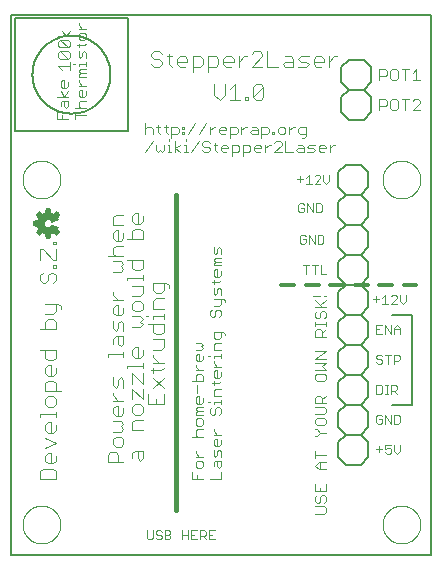
<source format=gto>
G75*
%MOIN*%
%OFA0B0*%
%FSLAX25Y25*%
%IPPOS*%
%LPD*%
%AMOC8*
5,1,8,0,0,1.08239X$1,22.5*
%
%ADD10C,0.00600*%
%ADD11C,0.00000*%
%ADD12C,0.00300*%
%ADD13C,0.00400*%
%ADD14C,0.01600*%
%ADD15C,0.00800*%
%ADD16C,0.01200*%
%ADD17C,0.00299*%
%ADD18C,0.00500*%
D10*
X0001800Y0006250D02*
X0001800Y0186250D01*
X0141800Y0186250D01*
X0141800Y0006250D01*
X0001800Y0006250D01*
X0110800Y0038750D02*
X0110800Y0043750D01*
X0113300Y0046250D01*
X0110800Y0048750D01*
X0110800Y0053750D01*
X0113300Y0056250D01*
X0110800Y0058750D01*
X0110800Y0063750D01*
X0113300Y0066250D01*
X0110800Y0068750D01*
X0110800Y0073750D01*
X0113300Y0076250D01*
X0110800Y0078750D01*
X0110800Y0083750D01*
X0113300Y0086250D01*
X0110800Y0088750D01*
X0110800Y0093750D01*
X0113300Y0096250D01*
X0110800Y0098750D01*
X0110800Y0103750D01*
X0113300Y0106250D01*
X0110800Y0108750D01*
X0110800Y0113750D01*
X0113300Y0116250D01*
X0110800Y0118750D01*
X0110800Y0123750D01*
X0113300Y0126250D01*
X0110800Y0128750D01*
X0110800Y0133750D01*
X0113300Y0136250D01*
X0118300Y0136250D01*
X0120800Y0133750D01*
X0120800Y0128750D01*
X0118300Y0126250D01*
X0120800Y0123750D01*
X0120800Y0118750D01*
X0118300Y0116250D01*
X0113300Y0116250D01*
X0118300Y0116250D01*
X0120800Y0113750D01*
X0120800Y0108750D01*
X0118300Y0106250D01*
X0120800Y0103750D01*
X0120800Y0098750D01*
X0118300Y0096250D01*
X0113300Y0096250D01*
X0118300Y0096250D01*
X0120800Y0093750D01*
X0120800Y0088750D01*
X0118300Y0086250D01*
X0120800Y0083750D01*
X0120800Y0078750D01*
X0118300Y0076250D01*
X0113300Y0076250D01*
X0118300Y0076250D02*
X0120800Y0073750D01*
X0120800Y0068750D01*
X0118300Y0066250D01*
X0120800Y0063750D01*
X0120800Y0058750D01*
X0118300Y0056250D01*
X0120800Y0053750D01*
X0120800Y0048750D01*
X0118300Y0046250D01*
X0120800Y0043750D01*
X0120800Y0038750D01*
X0118300Y0036250D01*
X0113300Y0036250D01*
X0110800Y0038750D01*
X0113300Y0046250D02*
X0118300Y0046250D01*
X0118300Y0056250D02*
X0113300Y0056250D01*
X0113300Y0066250D02*
X0118300Y0066250D01*
X0118300Y0086250D02*
X0113300Y0086250D01*
X0113300Y0106250D02*
X0118300Y0106250D01*
X0118300Y0126250D02*
X0113300Y0126250D01*
X0114300Y0151250D02*
X0111800Y0153750D01*
X0111800Y0158750D01*
X0114300Y0161250D01*
X0111800Y0163750D01*
X0111800Y0168750D01*
X0114300Y0171250D01*
X0119300Y0171250D01*
X0121800Y0168750D01*
X0121800Y0163750D01*
X0119300Y0161250D01*
X0121800Y0158750D01*
X0121800Y0153750D01*
X0119300Y0151250D01*
X0114300Y0151250D01*
X0114300Y0161250D02*
X0119300Y0161250D01*
D11*
X0125500Y0131250D02*
X0125502Y0131408D01*
X0125508Y0131567D01*
X0125518Y0131725D01*
X0125532Y0131882D01*
X0125550Y0132040D01*
X0125571Y0132196D01*
X0125597Y0132353D01*
X0125627Y0132508D01*
X0125660Y0132663D01*
X0125698Y0132817D01*
X0125739Y0132970D01*
X0125784Y0133121D01*
X0125833Y0133272D01*
X0125886Y0133421D01*
X0125942Y0133569D01*
X0126003Y0133716D01*
X0126066Y0133861D01*
X0126134Y0134004D01*
X0126205Y0134145D01*
X0126279Y0134285D01*
X0126357Y0134423D01*
X0126439Y0134559D01*
X0126524Y0134692D01*
X0126612Y0134824D01*
X0126703Y0134953D01*
X0126798Y0135080D01*
X0126896Y0135204D01*
X0126997Y0135326D01*
X0127101Y0135446D01*
X0127207Y0135563D01*
X0127317Y0135677D01*
X0127430Y0135788D01*
X0127545Y0135896D01*
X0127664Y0136002D01*
X0127784Y0136104D01*
X0127907Y0136204D01*
X0128033Y0136300D01*
X0128161Y0136393D01*
X0128292Y0136483D01*
X0128424Y0136569D01*
X0128559Y0136652D01*
X0128696Y0136732D01*
X0128835Y0136808D01*
X0128975Y0136881D01*
X0129118Y0136950D01*
X0129262Y0137016D01*
X0129407Y0137078D01*
X0129555Y0137136D01*
X0129703Y0137191D01*
X0129853Y0137242D01*
X0130004Y0137289D01*
X0130157Y0137332D01*
X0130310Y0137371D01*
X0130464Y0137407D01*
X0130619Y0137438D01*
X0130775Y0137466D01*
X0130932Y0137490D01*
X0131089Y0137510D01*
X0131247Y0137526D01*
X0131404Y0137538D01*
X0131563Y0137546D01*
X0131721Y0137550D01*
X0131879Y0137550D01*
X0132037Y0137546D01*
X0132196Y0137538D01*
X0132353Y0137526D01*
X0132511Y0137510D01*
X0132668Y0137490D01*
X0132825Y0137466D01*
X0132981Y0137438D01*
X0133136Y0137407D01*
X0133290Y0137371D01*
X0133443Y0137332D01*
X0133596Y0137289D01*
X0133747Y0137242D01*
X0133897Y0137191D01*
X0134045Y0137136D01*
X0134193Y0137078D01*
X0134338Y0137016D01*
X0134482Y0136950D01*
X0134625Y0136881D01*
X0134765Y0136808D01*
X0134904Y0136732D01*
X0135041Y0136652D01*
X0135176Y0136569D01*
X0135308Y0136483D01*
X0135439Y0136393D01*
X0135567Y0136300D01*
X0135693Y0136204D01*
X0135816Y0136104D01*
X0135936Y0136002D01*
X0136055Y0135896D01*
X0136170Y0135788D01*
X0136283Y0135677D01*
X0136393Y0135563D01*
X0136499Y0135446D01*
X0136603Y0135326D01*
X0136704Y0135204D01*
X0136802Y0135080D01*
X0136897Y0134953D01*
X0136988Y0134824D01*
X0137076Y0134692D01*
X0137161Y0134559D01*
X0137243Y0134423D01*
X0137321Y0134285D01*
X0137395Y0134145D01*
X0137466Y0134004D01*
X0137534Y0133861D01*
X0137597Y0133716D01*
X0137658Y0133569D01*
X0137714Y0133421D01*
X0137767Y0133272D01*
X0137816Y0133121D01*
X0137861Y0132970D01*
X0137902Y0132817D01*
X0137940Y0132663D01*
X0137973Y0132508D01*
X0138003Y0132353D01*
X0138029Y0132196D01*
X0138050Y0132040D01*
X0138068Y0131882D01*
X0138082Y0131725D01*
X0138092Y0131567D01*
X0138098Y0131408D01*
X0138100Y0131250D01*
X0138098Y0131092D01*
X0138092Y0130933D01*
X0138082Y0130775D01*
X0138068Y0130618D01*
X0138050Y0130460D01*
X0138029Y0130304D01*
X0138003Y0130147D01*
X0137973Y0129992D01*
X0137940Y0129837D01*
X0137902Y0129683D01*
X0137861Y0129530D01*
X0137816Y0129379D01*
X0137767Y0129228D01*
X0137714Y0129079D01*
X0137658Y0128931D01*
X0137597Y0128784D01*
X0137534Y0128639D01*
X0137466Y0128496D01*
X0137395Y0128355D01*
X0137321Y0128215D01*
X0137243Y0128077D01*
X0137161Y0127941D01*
X0137076Y0127808D01*
X0136988Y0127676D01*
X0136897Y0127547D01*
X0136802Y0127420D01*
X0136704Y0127296D01*
X0136603Y0127174D01*
X0136499Y0127054D01*
X0136393Y0126937D01*
X0136283Y0126823D01*
X0136170Y0126712D01*
X0136055Y0126604D01*
X0135936Y0126498D01*
X0135816Y0126396D01*
X0135693Y0126296D01*
X0135567Y0126200D01*
X0135439Y0126107D01*
X0135308Y0126017D01*
X0135176Y0125931D01*
X0135041Y0125848D01*
X0134904Y0125768D01*
X0134765Y0125692D01*
X0134625Y0125619D01*
X0134482Y0125550D01*
X0134338Y0125484D01*
X0134193Y0125422D01*
X0134045Y0125364D01*
X0133897Y0125309D01*
X0133747Y0125258D01*
X0133596Y0125211D01*
X0133443Y0125168D01*
X0133290Y0125129D01*
X0133136Y0125093D01*
X0132981Y0125062D01*
X0132825Y0125034D01*
X0132668Y0125010D01*
X0132511Y0124990D01*
X0132353Y0124974D01*
X0132196Y0124962D01*
X0132037Y0124954D01*
X0131879Y0124950D01*
X0131721Y0124950D01*
X0131563Y0124954D01*
X0131404Y0124962D01*
X0131247Y0124974D01*
X0131089Y0124990D01*
X0130932Y0125010D01*
X0130775Y0125034D01*
X0130619Y0125062D01*
X0130464Y0125093D01*
X0130310Y0125129D01*
X0130157Y0125168D01*
X0130004Y0125211D01*
X0129853Y0125258D01*
X0129703Y0125309D01*
X0129555Y0125364D01*
X0129407Y0125422D01*
X0129262Y0125484D01*
X0129118Y0125550D01*
X0128975Y0125619D01*
X0128835Y0125692D01*
X0128696Y0125768D01*
X0128559Y0125848D01*
X0128424Y0125931D01*
X0128292Y0126017D01*
X0128161Y0126107D01*
X0128033Y0126200D01*
X0127907Y0126296D01*
X0127784Y0126396D01*
X0127664Y0126498D01*
X0127545Y0126604D01*
X0127430Y0126712D01*
X0127317Y0126823D01*
X0127207Y0126937D01*
X0127101Y0127054D01*
X0126997Y0127174D01*
X0126896Y0127296D01*
X0126798Y0127420D01*
X0126703Y0127547D01*
X0126612Y0127676D01*
X0126524Y0127808D01*
X0126439Y0127941D01*
X0126357Y0128077D01*
X0126279Y0128215D01*
X0126205Y0128355D01*
X0126134Y0128496D01*
X0126066Y0128639D01*
X0126003Y0128784D01*
X0125942Y0128931D01*
X0125886Y0129079D01*
X0125833Y0129228D01*
X0125784Y0129379D01*
X0125739Y0129530D01*
X0125698Y0129683D01*
X0125660Y0129837D01*
X0125627Y0129992D01*
X0125597Y0130147D01*
X0125571Y0130304D01*
X0125550Y0130460D01*
X0125532Y0130618D01*
X0125518Y0130775D01*
X0125508Y0130933D01*
X0125502Y0131092D01*
X0125500Y0131250D01*
X0125500Y0016250D02*
X0125502Y0016408D01*
X0125508Y0016567D01*
X0125518Y0016725D01*
X0125532Y0016882D01*
X0125550Y0017040D01*
X0125571Y0017196D01*
X0125597Y0017353D01*
X0125627Y0017508D01*
X0125660Y0017663D01*
X0125698Y0017817D01*
X0125739Y0017970D01*
X0125784Y0018121D01*
X0125833Y0018272D01*
X0125886Y0018421D01*
X0125942Y0018569D01*
X0126003Y0018716D01*
X0126066Y0018861D01*
X0126134Y0019004D01*
X0126205Y0019145D01*
X0126279Y0019285D01*
X0126357Y0019423D01*
X0126439Y0019559D01*
X0126524Y0019692D01*
X0126612Y0019824D01*
X0126703Y0019953D01*
X0126798Y0020080D01*
X0126896Y0020204D01*
X0126997Y0020326D01*
X0127101Y0020446D01*
X0127207Y0020563D01*
X0127317Y0020677D01*
X0127430Y0020788D01*
X0127545Y0020896D01*
X0127664Y0021002D01*
X0127784Y0021104D01*
X0127907Y0021204D01*
X0128033Y0021300D01*
X0128161Y0021393D01*
X0128292Y0021483D01*
X0128424Y0021569D01*
X0128559Y0021652D01*
X0128696Y0021732D01*
X0128835Y0021808D01*
X0128975Y0021881D01*
X0129118Y0021950D01*
X0129262Y0022016D01*
X0129407Y0022078D01*
X0129555Y0022136D01*
X0129703Y0022191D01*
X0129853Y0022242D01*
X0130004Y0022289D01*
X0130157Y0022332D01*
X0130310Y0022371D01*
X0130464Y0022407D01*
X0130619Y0022438D01*
X0130775Y0022466D01*
X0130932Y0022490D01*
X0131089Y0022510D01*
X0131247Y0022526D01*
X0131404Y0022538D01*
X0131563Y0022546D01*
X0131721Y0022550D01*
X0131879Y0022550D01*
X0132037Y0022546D01*
X0132196Y0022538D01*
X0132353Y0022526D01*
X0132511Y0022510D01*
X0132668Y0022490D01*
X0132825Y0022466D01*
X0132981Y0022438D01*
X0133136Y0022407D01*
X0133290Y0022371D01*
X0133443Y0022332D01*
X0133596Y0022289D01*
X0133747Y0022242D01*
X0133897Y0022191D01*
X0134045Y0022136D01*
X0134193Y0022078D01*
X0134338Y0022016D01*
X0134482Y0021950D01*
X0134625Y0021881D01*
X0134765Y0021808D01*
X0134904Y0021732D01*
X0135041Y0021652D01*
X0135176Y0021569D01*
X0135308Y0021483D01*
X0135439Y0021393D01*
X0135567Y0021300D01*
X0135693Y0021204D01*
X0135816Y0021104D01*
X0135936Y0021002D01*
X0136055Y0020896D01*
X0136170Y0020788D01*
X0136283Y0020677D01*
X0136393Y0020563D01*
X0136499Y0020446D01*
X0136603Y0020326D01*
X0136704Y0020204D01*
X0136802Y0020080D01*
X0136897Y0019953D01*
X0136988Y0019824D01*
X0137076Y0019692D01*
X0137161Y0019559D01*
X0137243Y0019423D01*
X0137321Y0019285D01*
X0137395Y0019145D01*
X0137466Y0019004D01*
X0137534Y0018861D01*
X0137597Y0018716D01*
X0137658Y0018569D01*
X0137714Y0018421D01*
X0137767Y0018272D01*
X0137816Y0018121D01*
X0137861Y0017970D01*
X0137902Y0017817D01*
X0137940Y0017663D01*
X0137973Y0017508D01*
X0138003Y0017353D01*
X0138029Y0017196D01*
X0138050Y0017040D01*
X0138068Y0016882D01*
X0138082Y0016725D01*
X0138092Y0016567D01*
X0138098Y0016408D01*
X0138100Y0016250D01*
X0138098Y0016092D01*
X0138092Y0015933D01*
X0138082Y0015775D01*
X0138068Y0015618D01*
X0138050Y0015460D01*
X0138029Y0015304D01*
X0138003Y0015147D01*
X0137973Y0014992D01*
X0137940Y0014837D01*
X0137902Y0014683D01*
X0137861Y0014530D01*
X0137816Y0014379D01*
X0137767Y0014228D01*
X0137714Y0014079D01*
X0137658Y0013931D01*
X0137597Y0013784D01*
X0137534Y0013639D01*
X0137466Y0013496D01*
X0137395Y0013355D01*
X0137321Y0013215D01*
X0137243Y0013077D01*
X0137161Y0012941D01*
X0137076Y0012808D01*
X0136988Y0012676D01*
X0136897Y0012547D01*
X0136802Y0012420D01*
X0136704Y0012296D01*
X0136603Y0012174D01*
X0136499Y0012054D01*
X0136393Y0011937D01*
X0136283Y0011823D01*
X0136170Y0011712D01*
X0136055Y0011604D01*
X0135936Y0011498D01*
X0135816Y0011396D01*
X0135693Y0011296D01*
X0135567Y0011200D01*
X0135439Y0011107D01*
X0135308Y0011017D01*
X0135176Y0010931D01*
X0135041Y0010848D01*
X0134904Y0010768D01*
X0134765Y0010692D01*
X0134625Y0010619D01*
X0134482Y0010550D01*
X0134338Y0010484D01*
X0134193Y0010422D01*
X0134045Y0010364D01*
X0133897Y0010309D01*
X0133747Y0010258D01*
X0133596Y0010211D01*
X0133443Y0010168D01*
X0133290Y0010129D01*
X0133136Y0010093D01*
X0132981Y0010062D01*
X0132825Y0010034D01*
X0132668Y0010010D01*
X0132511Y0009990D01*
X0132353Y0009974D01*
X0132196Y0009962D01*
X0132037Y0009954D01*
X0131879Y0009950D01*
X0131721Y0009950D01*
X0131563Y0009954D01*
X0131404Y0009962D01*
X0131247Y0009974D01*
X0131089Y0009990D01*
X0130932Y0010010D01*
X0130775Y0010034D01*
X0130619Y0010062D01*
X0130464Y0010093D01*
X0130310Y0010129D01*
X0130157Y0010168D01*
X0130004Y0010211D01*
X0129853Y0010258D01*
X0129703Y0010309D01*
X0129555Y0010364D01*
X0129407Y0010422D01*
X0129262Y0010484D01*
X0129118Y0010550D01*
X0128975Y0010619D01*
X0128835Y0010692D01*
X0128696Y0010768D01*
X0128559Y0010848D01*
X0128424Y0010931D01*
X0128292Y0011017D01*
X0128161Y0011107D01*
X0128033Y0011200D01*
X0127907Y0011296D01*
X0127784Y0011396D01*
X0127664Y0011498D01*
X0127545Y0011604D01*
X0127430Y0011712D01*
X0127317Y0011823D01*
X0127207Y0011937D01*
X0127101Y0012054D01*
X0126997Y0012174D01*
X0126896Y0012296D01*
X0126798Y0012420D01*
X0126703Y0012547D01*
X0126612Y0012676D01*
X0126524Y0012808D01*
X0126439Y0012941D01*
X0126357Y0013077D01*
X0126279Y0013215D01*
X0126205Y0013355D01*
X0126134Y0013496D01*
X0126066Y0013639D01*
X0126003Y0013784D01*
X0125942Y0013931D01*
X0125886Y0014079D01*
X0125833Y0014228D01*
X0125784Y0014379D01*
X0125739Y0014530D01*
X0125698Y0014683D01*
X0125660Y0014837D01*
X0125627Y0014992D01*
X0125597Y0015147D01*
X0125571Y0015304D01*
X0125550Y0015460D01*
X0125532Y0015618D01*
X0125518Y0015775D01*
X0125508Y0015933D01*
X0125502Y0016092D01*
X0125500Y0016250D01*
X0005500Y0016250D02*
X0005502Y0016408D01*
X0005508Y0016567D01*
X0005518Y0016725D01*
X0005532Y0016882D01*
X0005550Y0017040D01*
X0005571Y0017196D01*
X0005597Y0017353D01*
X0005627Y0017508D01*
X0005660Y0017663D01*
X0005698Y0017817D01*
X0005739Y0017970D01*
X0005784Y0018121D01*
X0005833Y0018272D01*
X0005886Y0018421D01*
X0005942Y0018569D01*
X0006003Y0018716D01*
X0006066Y0018861D01*
X0006134Y0019004D01*
X0006205Y0019145D01*
X0006279Y0019285D01*
X0006357Y0019423D01*
X0006439Y0019559D01*
X0006524Y0019692D01*
X0006612Y0019824D01*
X0006703Y0019953D01*
X0006798Y0020080D01*
X0006896Y0020204D01*
X0006997Y0020326D01*
X0007101Y0020446D01*
X0007207Y0020563D01*
X0007317Y0020677D01*
X0007430Y0020788D01*
X0007545Y0020896D01*
X0007664Y0021002D01*
X0007784Y0021104D01*
X0007907Y0021204D01*
X0008033Y0021300D01*
X0008161Y0021393D01*
X0008292Y0021483D01*
X0008424Y0021569D01*
X0008559Y0021652D01*
X0008696Y0021732D01*
X0008835Y0021808D01*
X0008975Y0021881D01*
X0009118Y0021950D01*
X0009262Y0022016D01*
X0009407Y0022078D01*
X0009555Y0022136D01*
X0009703Y0022191D01*
X0009853Y0022242D01*
X0010004Y0022289D01*
X0010157Y0022332D01*
X0010310Y0022371D01*
X0010464Y0022407D01*
X0010619Y0022438D01*
X0010775Y0022466D01*
X0010932Y0022490D01*
X0011089Y0022510D01*
X0011247Y0022526D01*
X0011404Y0022538D01*
X0011563Y0022546D01*
X0011721Y0022550D01*
X0011879Y0022550D01*
X0012037Y0022546D01*
X0012196Y0022538D01*
X0012353Y0022526D01*
X0012511Y0022510D01*
X0012668Y0022490D01*
X0012825Y0022466D01*
X0012981Y0022438D01*
X0013136Y0022407D01*
X0013290Y0022371D01*
X0013443Y0022332D01*
X0013596Y0022289D01*
X0013747Y0022242D01*
X0013897Y0022191D01*
X0014045Y0022136D01*
X0014193Y0022078D01*
X0014338Y0022016D01*
X0014482Y0021950D01*
X0014625Y0021881D01*
X0014765Y0021808D01*
X0014904Y0021732D01*
X0015041Y0021652D01*
X0015176Y0021569D01*
X0015308Y0021483D01*
X0015439Y0021393D01*
X0015567Y0021300D01*
X0015693Y0021204D01*
X0015816Y0021104D01*
X0015936Y0021002D01*
X0016055Y0020896D01*
X0016170Y0020788D01*
X0016283Y0020677D01*
X0016393Y0020563D01*
X0016499Y0020446D01*
X0016603Y0020326D01*
X0016704Y0020204D01*
X0016802Y0020080D01*
X0016897Y0019953D01*
X0016988Y0019824D01*
X0017076Y0019692D01*
X0017161Y0019559D01*
X0017243Y0019423D01*
X0017321Y0019285D01*
X0017395Y0019145D01*
X0017466Y0019004D01*
X0017534Y0018861D01*
X0017597Y0018716D01*
X0017658Y0018569D01*
X0017714Y0018421D01*
X0017767Y0018272D01*
X0017816Y0018121D01*
X0017861Y0017970D01*
X0017902Y0017817D01*
X0017940Y0017663D01*
X0017973Y0017508D01*
X0018003Y0017353D01*
X0018029Y0017196D01*
X0018050Y0017040D01*
X0018068Y0016882D01*
X0018082Y0016725D01*
X0018092Y0016567D01*
X0018098Y0016408D01*
X0018100Y0016250D01*
X0018098Y0016092D01*
X0018092Y0015933D01*
X0018082Y0015775D01*
X0018068Y0015618D01*
X0018050Y0015460D01*
X0018029Y0015304D01*
X0018003Y0015147D01*
X0017973Y0014992D01*
X0017940Y0014837D01*
X0017902Y0014683D01*
X0017861Y0014530D01*
X0017816Y0014379D01*
X0017767Y0014228D01*
X0017714Y0014079D01*
X0017658Y0013931D01*
X0017597Y0013784D01*
X0017534Y0013639D01*
X0017466Y0013496D01*
X0017395Y0013355D01*
X0017321Y0013215D01*
X0017243Y0013077D01*
X0017161Y0012941D01*
X0017076Y0012808D01*
X0016988Y0012676D01*
X0016897Y0012547D01*
X0016802Y0012420D01*
X0016704Y0012296D01*
X0016603Y0012174D01*
X0016499Y0012054D01*
X0016393Y0011937D01*
X0016283Y0011823D01*
X0016170Y0011712D01*
X0016055Y0011604D01*
X0015936Y0011498D01*
X0015816Y0011396D01*
X0015693Y0011296D01*
X0015567Y0011200D01*
X0015439Y0011107D01*
X0015308Y0011017D01*
X0015176Y0010931D01*
X0015041Y0010848D01*
X0014904Y0010768D01*
X0014765Y0010692D01*
X0014625Y0010619D01*
X0014482Y0010550D01*
X0014338Y0010484D01*
X0014193Y0010422D01*
X0014045Y0010364D01*
X0013897Y0010309D01*
X0013747Y0010258D01*
X0013596Y0010211D01*
X0013443Y0010168D01*
X0013290Y0010129D01*
X0013136Y0010093D01*
X0012981Y0010062D01*
X0012825Y0010034D01*
X0012668Y0010010D01*
X0012511Y0009990D01*
X0012353Y0009974D01*
X0012196Y0009962D01*
X0012037Y0009954D01*
X0011879Y0009950D01*
X0011721Y0009950D01*
X0011563Y0009954D01*
X0011404Y0009962D01*
X0011247Y0009974D01*
X0011089Y0009990D01*
X0010932Y0010010D01*
X0010775Y0010034D01*
X0010619Y0010062D01*
X0010464Y0010093D01*
X0010310Y0010129D01*
X0010157Y0010168D01*
X0010004Y0010211D01*
X0009853Y0010258D01*
X0009703Y0010309D01*
X0009555Y0010364D01*
X0009407Y0010422D01*
X0009262Y0010484D01*
X0009118Y0010550D01*
X0008975Y0010619D01*
X0008835Y0010692D01*
X0008696Y0010768D01*
X0008559Y0010848D01*
X0008424Y0010931D01*
X0008292Y0011017D01*
X0008161Y0011107D01*
X0008033Y0011200D01*
X0007907Y0011296D01*
X0007784Y0011396D01*
X0007664Y0011498D01*
X0007545Y0011604D01*
X0007430Y0011712D01*
X0007317Y0011823D01*
X0007207Y0011937D01*
X0007101Y0012054D01*
X0006997Y0012174D01*
X0006896Y0012296D01*
X0006798Y0012420D01*
X0006703Y0012547D01*
X0006612Y0012676D01*
X0006524Y0012808D01*
X0006439Y0012941D01*
X0006357Y0013077D01*
X0006279Y0013215D01*
X0006205Y0013355D01*
X0006134Y0013496D01*
X0006066Y0013639D01*
X0006003Y0013784D01*
X0005942Y0013931D01*
X0005886Y0014079D01*
X0005833Y0014228D01*
X0005784Y0014379D01*
X0005739Y0014530D01*
X0005698Y0014683D01*
X0005660Y0014837D01*
X0005627Y0014992D01*
X0005597Y0015147D01*
X0005571Y0015304D01*
X0005550Y0015460D01*
X0005532Y0015618D01*
X0005518Y0015775D01*
X0005508Y0015933D01*
X0005502Y0016092D01*
X0005500Y0016250D01*
X0005500Y0131250D02*
X0005502Y0131408D01*
X0005508Y0131567D01*
X0005518Y0131725D01*
X0005532Y0131882D01*
X0005550Y0132040D01*
X0005571Y0132196D01*
X0005597Y0132353D01*
X0005627Y0132508D01*
X0005660Y0132663D01*
X0005698Y0132817D01*
X0005739Y0132970D01*
X0005784Y0133121D01*
X0005833Y0133272D01*
X0005886Y0133421D01*
X0005942Y0133569D01*
X0006003Y0133716D01*
X0006066Y0133861D01*
X0006134Y0134004D01*
X0006205Y0134145D01*
X0006279Y0134285D01*
X0006357Y0134423D01*
X0006439Y0134559D01*
X0006524Y0134692D01*
X0006612Y0134824D01*
X0006703Y0134953D01*
X0006798Y0135080D01*
X0006896Y0135204D01*
X0006997Y0135326D01*
X0007101Y0135446D01*
X0007207Y0135563D01*
X0007317Y0135677D01*
X0007430Y0135788D01*
X0007545Y0135896D01*
X0007664Y0136002D01*
X0007784Y0136104D01*
X0007907Y0136204D01*
X0008033Y0136300D01*
X0008161Y0136393D01*
X0008292Y0136483D01*
X0008424Y0136569D01*
X0008559Y0136652D01*
X0008696Y0136732D01*
X0008835Y0136808D01*
X0008975Y0136881D01*
X0009118Y0136950D01*
X0009262Y0137016D01*
X0009407Y0137078D01*
X0009555Y0137136D01*
X0009703Y0137191D01*
X0009853Y0137242D01*
X0010004Y0137289D01*
X0010157Y0137332D01*
X0010310Y0137371D01*
X0010464Y0137407D01*
X0010619Y0137438D01*
X0010775Y0137466D01*
X0010932Y0137490D01*
X0011089Y0137510D01*
X0011247Y0137526D01*
X0011404Y0137538D01*
X0011563Y0137546D01*
X0011721Y0137550D01*
X0011879Y0137550D01*
X0012037Y0137546D01*
X0012196Y0137538D01*
X0012353Y0137526D01*
X0012511Y0137510D01*
X0012668Y0137490D01*
X0012825Y0137466D01*
X0012981Y0137438D01*
X0013136Y0137407D01*
X0013290Y0137371D01*
X0013443Y0137332D01*
X0013596Y0137289D01*
X0013747Y0137242D01*
X0013897Y0137191D01*
X0014045Y0137136D01*
X0014193Y0137078D01*
X0014338Y0137016D01*
X0014482Y0136950D01*
X0014625Y0136881D01*
X0014765Y0136808D01*
X0014904Y0136732D01*
X0015041Y0136652D01*
X0015176Y0136569D01*
X0015308Y0136483D01*
X0015439Y0136393D01*
X0015567Y0136300D01*
X0015693Y0136204D01*
X0015816Y0136104D01*
X0015936Y0136002D01*
X0016055Y0135896D01*
X0016170Y0135788D01*
X0016283Y0135677D01*
X0016393Y0135563D01*
X0016499Y0135446D01*
X0016603Y0135326D01*
X0016704Y0135204D01*
X0016802Y0135080D01*
X0016897Y0134953D01*
X0016988Y0134824D01*
X0017076Y0134692D01*
X0017161Y0134559D01*
X0017243Y0134423D01*
X0017321Y0134285D01*
X0017395Y0134145D01*
X0017466Y0134004D01*
X0017534Y0133861D01*
X0017597Y0133716D01*
X0017658Y0133569D01*
X0017714Y0133421D01*
X0017767Y0133272D01*
X0017816Y0133121D01*
X0017861Y0132970D01*
X0017902Y0132817D01*
X0017940Y0132663D01*
X0017973Y0132508D01*
X0018003Y0132353D01*
X0018029Y0132196D01*
X0018050Y0132040D01*
X0018068Y0131882D01*
X0018082Y0131725D01*
X0018092Y0131567D01*
X0018098Y0131408D01*
X0018100Y0131250D01*
X0018098Y0131092D01*
X0018092Y0130933D01*
X0018082Y0130775D01*
X0018068Y0130618D01*
X0018050Y0130460D01*
X0018029Y0130304D01*
X0018003Y0130147D01*
X0017973Y0129992D01*
X0017940Y0129837D01*
X0017902Y0129683D01*
X0017861Y0129530D01*
X0017816Y0129379D01*
X0017767Y0129228D01*
X0017714Y0129079D01*
X0017658Y0128931D01*
X0017597Y0128784D01*
X0017534Y0128639D01*
X0017466Y0128496D01*
X0017395Y0128355D01*
X0017321Y0128215D01*
X0017243Y0128077D01*
X0017161Y0127941D01*
X0017076Y0127808D01*
X0016988Y0127676D01*
X0016897Y0127547D01*
X0016802Y0127420D01*
X0016704Y0127296D01*
X0016603Y0127174D01*
X0016499Y0127054D01*
X0016393Y0126937D01*
X0016283Y0126823D01*
X0016170Y0126712D01*
X0016055Y0126604D01*
X0015936Y0126498D01*
X0015816Y0126396D01*
X0015693Y0126296D01*
X0015567Y0126200D01*
X0015439Y0126107D01*
X0015308Y0126017D01*
X0015176Y0125931D01*
X0015041Y0125848D01*
X0014904Y0125768D01*
X0014765Y0125692D01*
X0014625Y0125619D01*
X0014482Y0125550D01*
X0014338Y0125484D01*
X0014193Y0125422D01*
X0014045Y0125364D01*
X0013897Y0125309D01*
X0013747Y0125258D01*
X0013596Y0125211D01*
X0013443Y0125168D01*
X0013290Y0125129D01*
X0013136Y0125093D01*
X0012981Y0125062D01*
X0012825Y0125034D01*
X0012668Y0125010D01*
X0012511Y0124990D01*
X0012353Y0124974D01*
X0012196Y0124962D01*
X0012037Y0124954D01*
X0011879Y0124950D01*
X0011721Y0124950D01*
X0011563Y0124954D01*
X0011404Y0124962D01*
X0011247Y0124974D01*
X0011089Y0124990D01*
X0010932Y0125010D01*
X0010775Y0125034D01*
X0010619Y0125062D01*
X0010464Y0125093D01*
X0010310Y0125129D01*
X0010157Y0125168D01*
X0010004Y0125211D01*
X0009853Y0125258D01*
X0009703Y0125309D01*
X0009555Y0125364D01*
X0009407Y0125422D01*
X0009262Y0125484D01*
X0009118Y0125550D01*
X0008975Y0125619D01*
X0008835Y0125692D01*
X0008696Y0125768D01*
X0008559Y0125848D01*
X0008424Y0125931D01*
X0008292Y0126017D01*
X0008161Y0126107D01*
X0008033Y0126200D01*
X0007907Y0126296D01*
X0007784Y0126396D01*
X0007664Y0126498D01*
X0007545Y0126604D01*
X0007430Y0126712D01*
X0007317Y0126823D01*
X0007207Y0126937D01*
X0007101Y0127054D01*
X0006997Y0127174D01*
X0006896Y0127296D01*
X0006798Y0127420D01*
X0006703Y0127547D01*
X0006612Y0127676D01*
X0006524Y0127808D01*
X0006439Y0127941D01*
X0006357Y0128077D01*
X0006279Y0128215D01*
X0006205Y0128355D01*
X0006134Y0128496D01*
X0006066Y0128639D01*
X0006003Y0128784D01*
X0005942Y0128931D01*
X0005886Y0129079D01*
X0005833Y0129228D01*
X0005784Y0129379D01*
X0005739Y0129530D01*
X0005698Y0129683D01*
X0005660Y0129837D01*
X0005627Y0129992D01*
X0005597Y0130147D01*
X0005571Y0130304D01*
X0005550Y0130460D01*
X0005532Y0130618D01*
X0005518Y0130775D01*
X0005508Y0130933D01*
X0005502Y0131092D01*
X0005500Y0131250D01*
D12*
X0016947Y0151400D02*
X0016947Y0153869D01*
X0018181Y0155700D02*
X0018181Y0156935D01*
X0018798Y0157552D01*
X0020650Y0157552D01*
X0020650Y0155700D01*
X0020033Y0155083D01*
X0019416Y0155700D01*
X0019416Y0157552D01*
X0019416Y0158766D02*
X0018181Y0160618D01*
X0018798Y0161836D02*
X0018181Y0162453D01*
X0018181Y0163687D01*
X0018798Y0164304D01*
X0019416Y0164304D01*
X0019416Y0161836D01*
X0020033Y0161836D02*
X0018798Y0161836D01*
X0020033Y0161836D02*
X0020650Y0162453D01*
X0020650Y0163687D01*
X0020650Y0160618D02*
X0019416Y0158766D01*
X0020650Y0158766D02*
X0016947Y0158766D01*
X0018798Y0152634D02*
X0018798Y0151400D01*
X0016947Y0151400D02*
X0020650Y0151400D01*
X0022947Y0151400D02*
X0022947Y0153869D01*
X0022947Y0155083D02*
X0026650Y0155083D01*
X0024798Y0155083D02*
X0024181Y0155700D01*
X0024181Y0156935D01*
X0024798Y0157552D01*
X0026650Y0157552D01*
X0026033Y0158766D02*
X0024798Y0158766D01*
X0024181Y0159383D01*
X0024181Y0160618D01*
X0024798Y0161235D01*
X0025416Y0161235D01*
X0025416Y0158766D01*
X0026033Y0158766D02*
X0026650Y0159383D01*
X0026650Y0160618D01*
X0026650Y0162449D02*
X0024181Y0162449D01*
X0025416Y0162449D02*
X0024181Y0163684D01*
X0024181Y0164301D01*
X0024181Y0165519D02*
X0024181Y0166136D01*
X0024798Y0166753D01*
X0024181Y0167370D01*
X0024798Y0167987D01*
X0026650Y0167987D01*
X0026650Y0169202D02*
X0026650Y0170436D01*
X0026650Y0169819D02*
X0024181Y0169819D01*
X0024181Y0169202D01*
X0022947Y0169819D02*
X0022330Y0169819D01*
X0021150Y0170369D02*
X0021150Y0167900D01*
X0021150Y0169134D02*
X0017447Y0169134D01*
X0018681Y0167900D01*
X0018064Y0171583D02*
X0017447Y0172200D01*
X0017447Y0173435D01*
X0018064Y0174052D01*
X0020533Y0171583D01*
X0021150Y0172200D01*
X0021150Y0173435D01*
X0020533Y0174052D01*
X0018064Y0174052D01*
X0018064Y0175266D02*
X0017447Y0175883D01*
X0017447Y0177118D01*
X0018064Y0177735D01*
X0020533Y0175266D01*
X0021150Y0175883D01*
X0021150Y0177118D01*
X0020533Y0177735D01*
X0018064Y0177735D01*
X0017447Y0178949D02*
X0021150Y0178949D01*
X0019916Y0178949D02*
X0018681Y0180801D01*
X0019916Y0178949D02*
X0021150Y0180801D01*
X0024181Y0181479D02*
X0026650Y0181479D01*
X0025416Y0181479D02*
X0024181Y0182713D01*
X0024181Y0183331D01*
X0024798Y0180265D02*
X0024181Y0179647D01*
X0024181Y0178413D01*
X0024798Y0177796D01*
X0026033Y0177796D01*
X0026650Y0178413D01*
X0026650Y0179647D01*
X0026033Y0180265D01*
X0024798Y0180265D01*
X0024181Y0176575D02*
X0024181Y0175340D01*
X0023564Y0175958D02*
X0026033Y0175958D01*
X0026650Y0176575D01*
X0026033Y0174126D02*
X0025416Y0173509D01*
X0025416Y0172274D01*
X0024798Y0171657D01*
X0024181Y0172274D01*
X0024181Y0174126D01*
X0026033Y0174126D02*
X0026650Y0173509D01*
X0026650Y0171657D01*
X0026650Y0166753D02*
X0024798Y0166753D01*
X0024181Y0165519D02*
X0026650Y0165519D01*
X0020533Y0171583D02*
X0018064Y0171583D01*
X0018064Y0175266D02*
X0020533Y0175266D01*
X0022947Y0152634D02*
X0026650Y0152634D01*
X0046450Y0150103D02*
X0046450Y0146400D01*
X0046450Y0148252D02*
X0047067Y0148869D01*
X0048302Y0148869D01*
X0048919Y0148252D01*
X0048919Y0146400D01*
X0050750Y0147017D02*
X0051368Y0146400D01*
X0050750Y0147017D02*
X0050750Y0149486D01*
X0050133Y0148869D02*
X0051368Y0148869D01*
X0052589Y0148869D02*
X0053823Y0148869D01*
X0053206Y0149486D02*
X0053206Y0147017D01*
X0053823Y0146400D01*
X0055044Y0146400D02*
X0056896Y0146400D01*
X0057513Y0147017D01*
X0057513Y0148252D01*
X0056896Y0148869D01*
X0055044Y0148869D01*
X0055044Y0145166D01*
X0054433Y0144720D02*
X0054433Y0144103D01*
X0054433Y0142869D02*
X0054433Y0140400D01*
X0053816Y0140400D02*
X0055051Y0140400D01*
X0056272Y0140400D02*
X0056272Y0144103D01*
X0058123Y0142869D02*
X0056272Y0141634D01*
X0058123Y0140400D01*
X0059341Y0140400D02*
X0060575Y0140400D01*
X0059958Y0140400D02*
X0059958Y0142869D01*
X0059341Y0142869D01*
X0059958Y0144103D02*
X0059958Y0144720D01*
X0060569Y0146400D02*
X0063037Y0150103D01*
X0066721Y0150103D02*
X0064252Y0146400D01*
X0064265Y0144103D02*
X0061796Y0140400D01*
X0065480Y0141017D02*
X0066097Y0140400D01*
X0067331Y0140400D01*
X0067948Y0141017D01*
X0067948Y0141634D01*
X0067331Y0142252D01*
X0066097Y0142252D01*
X0065480Y0142869D01*
X0065480Y0143486D01*
X0066097Y0144103D01*
X0067331Y0144103D01*
X0067948Y0143486D01*
X0069163Y0142869D02*
X0070397Y0142869D01*
X0069780Y0143486D02*
X0069780Y0141017D01*
X0070397Y0140400D01*
X0071618Y0141017D02*
X0071618Y0142252D01*
X0072235Y0142869D01*
X0073470Y0142869D01*
X0074087Y0142252D01*
X0074087Y0141634D01*
X0071618Y0141634D01*
X0071618Y0141017D02*
X0072235Y0140400D01*
X0073470Y0140400D01*
X0075301Y0140400D02*
X0077153Y0140400D01*
X0077770Y0141017D01*
X0077770Y0142252D01*
X0077153Y0142869D01*
X0075301Y0142869D01*
X0075301Y0139166D01*
X0078984Y0139166D02*
X0078984Y0142869D01*
X0080836Y0142869D01*
X0081453Y0142252D01*
X0081453Y0141017D01*
X0080836Y0140400D01*
X0078984Y0140400D01*
X0082668Y0141017D02*
X0082668Y0142252D01*
X0083285Y0142869D01*
X0084519Y0142869D01*
X0085136Y0142252D01*
X0085136Y0141634D01*
X0082668Y0141634D01*
X0082668Y0141017D02*
X0083285Y0140400D01*
X0084519Y0140400D01*
X0086351Y0140400D02*
X0086351Y0142869D01*
X0087585Y0142869D02*
X0088202Y0142869D01*
X0087585Y0142869D02*
X0086351Y0141634D01*
X0089420Y0140400D02*
X0091889Y0142869D01*
X0091889Y0143486D01*
X0091272Y0144103D01*
X0090037Y0144103D01*
X0089420Y0143486D01*
X0089423Y0146400D02*
X0088806Y0146400D01*
X0088806Y0147017D01*
X0089423Y0147017D01*
X0089423Y0146400D01*
X0090648Y0147017D02*
X0091265Y0146400D01*
X0092499Y0146400D01*
X0093116Y0147017D01*
X0093116Y0148252D01*
X0092499Y0148869D01*
X0091265Y0148869D01*
X0090648Y0148252D01*
X0090648Y0147017D01*
X0094331Y0146400D02*
X0094331Y0148869D01*
X0095565Y0148869D02*
X0094331Y0147634D01*
X0095565Y0148869D02*
X0096182Y0148869D01*
X0097400Y0148252D02*
X0097400Y0147017D01*
X0098017Y0146400D01*
X0099869Y0146400D01*
X0099869Y0145783D02*
X0099869Y0148869D01*
X0098017Y0148869D01*
X0097400Y0148252D01*
X0098635Y0145166D02*
X0099252Y0145166D01*
X0099869Y0145783D01*
X0101087Y0142869D02*
X0100469Y0142252D01*
X0101087Y0141634D01*
X0102321Y0141634D01*
X0102938Y0141017D01*
X0102321Y0140400D01*
X0100469Y0140400D01*
X0099255Y0140400D02*
X0097403Y0140400D01*
X0096786Y0141017D01*
X0097403Y0141634D01*
X0099255Y0141634D01*
X0099255Y0142252D02*
X0099255Y0140400D01*
X0099255Y0142252D02*
X0098638Y0142869D01*
X0097403Y0142869D01*
X0095572Y0140400D02*
X0093103Y0140400D01*
X0093103Y0144103D01*
X0091889Y0140400D02*
X0089420Y0140400D01*
X0085123Y0145166D02*
X0085123Y0148869D01*
X0086975Y0148869D01*
X0087592Y0148252D01*
X0087592Y0147017D01*
X0086975Y0146400D01*
X0085123Y0146400D01*
X0083909Y0146400D02*
X0083909Y0148252D01*
X0083291Y0148869D01*
X0082057Y0148869D01*
X0082057Y0147634D02*
X0081440Y0147017D01*
X0082057Y0146400D01*
X0083909Y0146400D01*
X0083909Y0147634D02*
X0082057Y0147634D01*
X0080222Y0148869D02*
X0079605Y0148869D01*
X0078371Y0147634D01*
X0078371Y0146400D02*
X0078371Y0148869D01*
X0077156Y0148252D02*
X0077156Y0147017D01*
X0076539Y0146400D01*
X0074687Y0146400D01*
X0074687Y0145166D02*
X0074687Y0148869D01*
X0076539Y0148869D01*
X0077156Y0148252D01*
X0073473Y0148252D02*
X0073473Y0147634D01*
X0071004Y0147634D01*
X0071004Y0147017D02*
X0071004Y0148252D01*
X0071621Y0148869D01*
X0072856Y0148869D01*
X0073473Y0148252D01*
X0072856Y0146400D02*
X0071621Y0146400D01*
X0071004Y0147017D01*
X0069787Y0148869D02*
X0069169Y0148869D01*
X0067935Y0147634D01*
X0067935Y0146400D02*
X0067935Y0148869D01*
X0059344Y0148869D02*
X0059344Y0148252D01*
X0058727Y0148252D01*
X0058727Y0148869D01*
X0059344Y0148869D01*
X0059344Y0147017D02*
X0058727Y0147017D01*
X0058727Y0146400D01*
X0059344Y0146400D01*
X0059344Y0147017D01*
X0054433Y0142869D02*
X0053816Y0142869D01*
X0052602Y0142869D02*
X0052602Y0141017D01*
X0051985Y0140400D01*
X0051368Y0141017D01*
X0050750Y0140400D01*
X0050133Y0141017D01*
X0050133Y0142869D01*
X0048919Y0144103D02*
X0046450Y0140400D01*
X0069181Y0108759D02*
X0069181Y0106908D01*
X0069798Y0106291D01*
X0070416Y0106908D01*
X0070416Y0108142D01*
X0071033Y0108759D01*
X0071650Y0108142D01*
X0071650Y0106291D01*
X0071650Y0105076D02*
X0069798Y0105076D01*
X0069181Y0104459D01*
X0069798Y0103842D01*
X0071650Y0103842D01*
X0071650Y0102607D02*
X0069181Y0102607D01*
X0069181Y0103225D01*
X0069798Y0103842D01*
X0069798Y0101393D02*
X0070416Y0101393D01*
X0070416Y0098924D01*
X0071033Y0098924D02*
X0069798Y0098924D01*
X0069181Y0099541D01*
X0069181Y0100776D01*
X0069798Y0101393D01*
X0071650Y0100776D02*
X0071650Y0099541D01*
X0071033Y0098924D01*
X0071650Y0097703D02*
X0071033Y0097086D01*
X0068564Y0097086D01*
X0069181Y0096469D02*
X0069181Y0097703D01*
X0069181Y0095254D02*
X0069181Y0093403D01*
X0069798Y0092786D01*
X0070416Y0093403D01*
X0070416Y0094637D01*
X0071033Y0095254D01*
X0071650Y0094637D01*
X0071650Y0092786D01*
X0071650Y0091571D02*
X0071650Y0089720D01*
X0071033Y0089103D01*
X0069181Y0089103D01*
X0068564Y0087888D02*
X0067947Y0087271D01*
X0067947Y0086037D01*
X0068564Y0085419D01*
X0069181Y0085419D01*
X0069798Y0086037D01*
X0069798Y0087271D01*
X0070416Y0087888D01*
X0071033Y0087888D01*
X0071650Y0087271D01*
X0071650Y0086037D01*
X0071033Y0085419D01*
X0071650Y0080522D02*
X0071650Y0078670D01*
X0071033Y0078053D01*
X0069798Y0078053D01*
X0069181Y0078670D01*
X0069181Y0080522D01*
X0072267Y0080522D01*
X0072884Y0079905D01*
X0072884Y0079288D01*
X0071650Y0076839D02*
X0069798Y0076839D01*
X0069181Y0076222D01*
X0069181Y0074370D01*
X0071650Y0074370D01*
X0071650Y0073149D02*
X0071650Y0071915D01*
X0071650Y0072532D02*
X0069181Y0072532D01*
X0069181Y0071915D01*
X0069181Y0070697D02*
X0069181Y0070080D01*
X0070416Y0068845D01*
X0070416Y0067631D02*
X0069798Y0067631D01*
X0069181Y0067014D01*
X0069181Y0065779D01*
X0069798Y0065162D01*
X0071033Y0065162D01*
X0071650Y0065779D01*
X0071650Y0067014D01*
X0070416Y0067631D02*
X0070416Y0065162D01*
X0071650Y0063941D02*
X0071033Y0063324D01*
X0068564Y0063324D01*
X0069181Y0062707D02*
X0069181Y0063941D01*
X0069798Y0061492D02*
X0071650Y0061492D01*
X0069798Y0061492D02*
X0069181Y0060875D01*
X0069181Y0059024D01*
X0071650Y0059024D01*
X0071650Y0057803D02*
X0071650Y0056568D01*
X0071650Y0057185D02*
X0069181Y0057185D01*
X0069181Y0056568D01*
X0068564Y0055354D02*
X0067947Y0054737D01*
X0067947Y0053502D01*
X0068564Y0052885D01*
X0069181Y0052885D01*
X0069798Y0053502D01*
X0069798Y0054737D01*
X0070416Y0055354D01*
X0071033Y0055354D01*
X0071650Y0054737D01*
X0071650Y0053502D01*
X0071033Y0052885D01*
X0067947Y0057185D02*
X0067330Y0057185D01*
X0065650Y0057185D02*
X0065650Y0058420D01*
X0065650Y0057185D02*
X0065033Y0056568D01*
X0063798Y0056568D01*
X0063181Y0057185D01*
X0063181Y0058420D01*
X0063798Y0059037D01*
X0064416Y0059037D01*
X0064416Y0056568D01*
X0063798Y0055354D02*
X0063181Y0054737D01*
X0063798Y0054119D01*
X0065650Y0054119D01*
X0065650Y0052885D02*
X0063181Y0052885D01*
X0063181Y0053502D01*
X0063798Y0054119D01*
X0063798Y0055354D02*
X0065650Y0055354D01*
X0065033Y0051671D02*
X0063798Y0051671D01*
X0063181Y0051053D01*
X0063181Y0049819D01*
X0063798Y0049202D01*
X0065033Y0049202D01*
X0065650Y0049819D01*
X0065650Y0051053D01*
X0065033Y0051671D01*
X0065650Y0047987D02*
X0063798Y0047987D01*
X0063181Y0047370D01*
X0063181Y0046136D01*
X0063798Y0045519D01*
X0061947Y0045519D02*
X0065650Y0045519D01*
X0069181Y0046133D02*
X0071650Y0046133D01*
X0070416Y0046133D02*
X0069181Y0047367D01*
X0069181Y0047984D01*
X0069798Y0044918D02*
X0070416Y0044918D01*
X0070416Y0042449D01*
X0071033Y0042449D02*
X0069798Y0042449D01*
X0069181Y0043067D01*
X0069181Y0044301D01*
X0069798Y0044918D01*
X0071650Y0044301D02*
X0071650Y0043067D01*
X0071033Y0042449D01*
X0071033Y0041235D02*
X0070416Y0040618D01*
X0070416Y0039383D01*
X0069798Y0038766D01*
X0069181Y0039383D01*
X0069181Y0041235D01*
X0071033Y0041235D02*
X0071650Y0040618D01*
X0071650Y0038766D01*
X0071650Y0037552D02*
X0069798Y0037552D01*
X0069181Y0036935D01*
X0069181Y0035700D01*
X0070416Y0035700D02*
X0070416Y0037552D01*
X0071650Y0037552D02*
X0071650Y0035700D01*
X0071033Y0035083D01*
X0070416Y0035700D01*
X0071650Y0033869D02*
X0071650Y0031400D01*
X0067947Y0031400D01*
X0065650Y0031400D02*
X0061947Y0031400D01*
X0061947Y0033869D01*
X0063181Y0035700D02*
X0063798Y0035083D01*
X0065033Y0035083D01*
X0065650Y0035700D01*
X0065650Y0036935D01*
X0065033Y0037552D01*
X0063798Y0037552D01*
X0063181Y0036935D01*
X0063181Y0035700D01*
X0063798Y0032634D02*
X0063798Y0031400D01*
X0063181Y0038766D02*
X0065650Y0038766D01*
X0064416Y0038766D02*
X0063181Y0040001D01*
X0063181Y0040618D01*
X0063798Y0060251D02*
X0063798Y0062720D01*
X0063181Y0063934D02*
X0063181Y0065786D01*
X0063798Y0066403D01*
X0065033Y0066403D01*
X0065650Y0065786D01*
X0065650Y0063934D01*
X0061947Y0063934D01*
X0063181Y0067618D02*
X0065650Y0067618D01*
X0064416Y0067618D02*
X0063181Y0068852D01*
X0063181Y0069469D01*
X0063798Y0070687D02*
X0063181Y0071304D01*
X0063181Y0072538D01*
X0063798Y0073156D01*
X0064416Y0073156D01*
X0064416Y0070687D01*
X0065033Y0070687D02*
X0063798Y0070687D01*
X0065033Y0070687D02*
X0065650Y0071304D01*
X0065650Y0072538D01*
X0067330Y0072532D02*
X0067947Y0072532D01*
X0065650Y0074987D02*
X0065033Y0075604D01*
X0065650Y0076222D01*
X0065033Y0076839D01*
X0063181Y0076839D01*
X0063181Y0074370D02*
X0065033Y0074370D01*
X0065650Y0074987D01*
X0069181Y0068845D02*
X0071650Y0068845D01*
X0072884Y0090337D02*
X0072884Y0090954D01*
X0072267Y0091571D01*
X0069181Y0091571D01*
X0097934Y0120400D02*
X0097450Y0120884D01*
X0097450Y0122819D01*
X0097934Y0123302D01*
X0098901Y0123302D01*
X0099385Y0122819D01*
X0099385Y0121851D02*
X0098417Y0121851D01*
X0099385Y0121851D02*
X0099385Y0120884D01*
X0098901Y0120400D01*
X0097934Y0120400D01*
X0100397Y0120400D02*
X0100397Y0123302D01*
X0102331Y0120400D01*
X0102331Y0123302D01*
X0103343Y0123302D02*
X0104794Y0123302D01*
X0105278Y0122819D01*
X0105278Y0120884D01*
X0104794Y0120400D01*
X0103343Y0120400D01*
X0103343Y0123302D01*
X0102843Y0129900D02*
X0104778Y0131835D01*
X0104778Y0132319D01*
X0104294Y0132802D01*
X0103327Y0132802D01*
X0102843Y0132319D01*
X0100864Y0132802D02*
X0100864Y0129900D01*
X0099897Y0129900D02*
X0101831Y0129900D01*
X0102843Y0129900D02*
X0104778Y0129900D01*
X0105790Y0130867D02*
X0105790Y0132802D01*
X0105790Y0130867D02*
X0106757Y0129900D01*
X0107725Y0130867D01*
X0107725Y0132802D01*
X0107836Y0140400D02*
X0107836Y0142869D01*
X0109070Y0142869D02*
X0109687Y0142869D01*
X0109070Y0142869D02*
X0107836Y0141634D01*
X0106621Y0141634D02*
X0104153Y0141634D01*
X0104153Y0141017D02*
X0104153Y0142252D01*
X0104770Y0142869D01*
X0106004Y0142869D01*
X0106621Y0142252D01*
X0106621Y0141634D01*
X0106004Y0140400D02*
X0104770Y0140400D01*
X0104153Y0141017D01*
X0102938Y0142869D02*
X0101087Y0142869D01*
X0100864Y0132802D02*
X0099897Y0131835D01*
X0098885Y0131351D02*
X0096950Y0131351D01*
X0097917Y0130384D02*
X0097917Y0132319D01*
X0098434Y0112802D02*
X0097950Y0112319D01*
X0097950Y0110384D01*
X0098434Y0109900D01*
X0099401Y0109900D01*
X0099885Y0110384D01*
X0099885Y0111351D01*
X0098917Y0111351D01*
X0099885Y0112319D02*
X0099401Y0112802D01*
X0098434Y0112802D01*
X0100897Y0112802D02*
X0100897Y0109900D01*
X0102831Y0109900D02*
X0100897Y0112802D01*
X0102831Y0112802D02*
X0102831Y0109900D01*
X0103843Y0109900D02*
X0103843Y0112802D01*
X0105294Y0112802D01*
X0105778Y0112319D01*
X0105778Y0110384D01*
X0105294Y0109900D01*
X0103843Y0109900D01*
X0103831Y0102802D02*
X0101897Y0102802D01*
X0102864Y0102802D02*
X0102864Y0099900D01*
X0100885Y0102802D02*
X0098950Y0102802D01*
X0099917Y0102802D02*
X0099917Y0099900D01*
X0104843Y0099900D02*
X0106778Y0099900D01*
X0104843Y0099900D02*
X0104843Y0102802D01*
X0104798Y0092335D02*
X0102330Y0092335D01*
X0102947Y0091121D02*
X0105416Y0088652D01*
X0104798Y0089269D02*
X0106650Y0091121D01*
X0106650Y0092335D02*
X0106033Y0092335D01*
X0106650Y0088652D02*
X0102947Y0088652D01*
X0103564Y0087438D02*
X0102947Y0086820D01*
X0102947Y0085586D01*
X0103564Y0084969D01*
X0104181Y0084969D01*
X0104798Y0085586D01*
X0104798Y0086820D01*
X0105416Y0087438D01*
X0106033Y0087438D01*
X0106650Y0086820D01*
X0106650Y0085586D01*
X0106033Y0084969D01*
X0106650Y0083748D02*
X0106650Y0082513D01*
X0106650Y0083131D02*
X0102947Y0083131D01*
X0102947Y0083748D02*
X0102947Y0082513D01*
X0103564Y0081299D02*
X0102947Y0080682D01*
X0102947Y0078830D01*
X0106650Y0078830D01*
X0105416Y0078830D02*
X0105416Y0080682D01*
X0104798Y0081299D01*
X0103564Y0081299D01*
X0105416Y0080065D02*
X0106650Y0081299D01*
X0106650Y0073933D02*
X0102947Y0073933D01*
X0102947Y0071464D02*
X0106650Y0073933D01*
X0106650Y0071464D02*
X0102947Y0071464D01*
X0102947Y0070250D02*
X0106650Y0070250D01*
X0105416Y0069015D01*
X0106650Y0067781D01*
X0102947Y0067781D01*
X0103564Y0066567D02*
X0102947Y0065949D01*
X0102947Y0064715D01*
X0103564Y0064098D01*
X0106033Y0064098D01*
X0106650Y0064715D01*
X0106650Y0065949D01*
X0106033Y0066567D01*
X0103564Y0066567D01*
X0103564Y0059200D02*
X0102947Y0058583D01*
X0102947Y0056731D01*
X0106650Y0056731D01*
X0105416Y0056731D02*
X0105416Y0058583D01*
X0104798Y0059200D01*
X0103564Y0059200D01*
X0105416Y0057966D02*
X0106650Y0059200D01*
X0106033Y0055517D02*
X0102947Y0055517D01*
X0102947Y0053048D02*
X0106033Y0053048D01*
X0106650Y0053665D01*
X0106650Y0054900D01*
X0106033Y0055517D01*
X0106033Y0051834D02*
X0103564Y0051834D01*
X0102947Y0051217D01*
X0102947Y0049982D01*
X0103564Y0049365D01*
X0106033Y0049365D01*
X0106650Y0049982D01*
X0106650Y0051217D01*
X0106033Y0051834D01*
X0103564Y0048151D02*
X0102947Y0048151D01*
X0103564Y0048151D02*
X0104798Y0046916D01*
X0106650Y0046916D01*
X0104798Y0046916D02*
X0103564Y0045682D01*
X0102947Y0045682D01*
X0102947Y0040784D02*
X0102947Y0038316D01*
X0102947Y0039550D02*
X0106650Y0039550D01*
X0106650Y0037101D02*
X0104181Y0037101D01*
X0102947Y0035867D01*
X0104181Y0034633D01*
X0106650Y0034633D01*
X0104798Y0034633D02*
X0104798Y0037101D01*
X0102947Y0029735D02*
X0102947Y0027266D01*
X0106650Y0027266D01*
X0106650Y0029735D01*
X0104798Y0028501D02*
X0104798Y0027266D01*
X0105416Y0026052D02*
X0104798Y0025435D01*
X0104798Y0024200D01*
X0104181Y0023583D01*
X0103564Y0023583D01*
X0102947Y0024200D01*
X0102947Y0025435D01*
X0103564Y0026052D01*
X0105416Y0026052D02*
X0106033Y0026052D01*
X0106650Y0025435D01*
X0106650Y0024200D01*
X0106033Y0023583D01*
X0106033Y0022369D02*
X0102947Y0022369D01*
X0102947Y0019900D02*
X0106033Y0019900D01*
X0106650Y0020517D01*
X0106650Y0021752D01*
X0106033Y0022369D01*
X0123450Y0041351D02*
X0125385Y0041351D01*
X0126397Y0041351D02*
X0127364Y0041835D01*
X0127848Y0041835D01*
X0128331Y0041351D01*
X0128331Y0040384D01*
X0127848Y0039900D01*
X0126880Y0039900D01*
X0126397Y0040384D01*
X0126397Y0041351D02*
X0126397Y0042802D01*
X0128331Y0042802D01*
X0129343Y0042802D02*
X0129343Y0040867D01*
X0130311Y0039900D01*
X0131278Y0040867D01*
X0131278Y0042802D01*
X0130794Y0049900D02*
X0129343Y0049900D01*
X0129343Y0052802D01*
X0130794Y0052802D01*
X0131278Y0052319D01*
X0131278Y0050384D01*
X0130794Y0049900D01*
X0128331Y0049900D02*
X0128331Y0052802D01*
X0126397Y0052802D02*
X0128331Y0049900D01*
X0126397Y0049900D02*
X0126397Y0052802D01*
X0125385Y0052319D02*
X0124901Y0052802D01*
X0123934Y0052802D01*
X0123450Y0052319D01*
X0123450Y0050384D01*
X0123934Y0049900D01*
X0124901Y0049900D01*
X0125385Y0050384D01*
X0125385Y0051351D01*
X0124417Y0051351D01*
X0124901Y0059900D02*
X0123450Y0059900D01*
X0123450Y0062802D01*
X0124901Y0062802D01*
X0125385Y0062319D01*
X0125385Y0060384D01*
X0124901Y0059900D01*
X0126397Y0059900D02*
X0127364Y0059900D01*
X0126880Y0059900D02*
X0126880Y0062802D01*
X0126397Y0062802D02*
X0127364Y0062802D01*
X0128361Y0062802D02*
X0129812Y0062802D01*
X0130296Y0062319D01*
X0130296Y0061351D01*
X0129812Y0060867D01*
X0128361Y0060867D01*
X0128361Y0059900D02*
X0128361Y0062802D01*
X0129328Y0060867D02*
X0130296Y0059900D01*
X0129343Y0069900D02*
X0129343Y0072802D01*
X0130794Y0072802D01*
X0131278Y0072319D01*
X0131278Y0071351D01*
X0130794Y0070867D01*
X0129343Y0070867D01*
X0128331Y0072802D02*
X0126397Y0072802D01*
X0127364Y0072802D02*
X0127364Y0069900D01*
X0125385Y0070384D02*
X0124901Y0069900D01*
X0123934Y0069900D01*
X0123450Y0070384D01*
X0123934Y0071351D02*
X0123450Y0071835D01*
X0123450Y0072319D01*
X0123934Y0072802D01*
X0124901Y0072802D01*
X0125385Y0072319D01*
X0124901Y0071351D02*
X0125385Y0070867D01*
X0125385Y0070384D01*
X0124901Y0071351D02*
X0123934Y0071351D01*
X0123450Y0079900D02*
X0125385Y0079900D01*
X0126397Y0079900D02*
X0126397Y0082802D01*
X0128331Y0079900D01*
X0128331Y0082802D01*
X0129343Y0081835D02*
X0130311Y0082802D01*
X0131278Y0081835D01*
X0131278Y0079900D01*
X0131278Y0081351D02*
X0129343Y0081351D01*
X0129343Y0081835D02*
X0129343Y0079900D01*
X0125385Y0082802D02*
X0123450Y0082802D01*
X0123450Y0079900D01*
X0123450Y0081351D02*
X0124417Y0081351D01*
X0125397Y0089900D02*
X0127331Y0089900D01*
X0126364Y0089900D02*
X0126364Y0092802D01*
X0125397Y0091835D01*
X0124385Y0091351D02*
X0122450Y0091351D01*
X0123417Y0090384D02*
X0123417Y0092319D01*
X0128343Y0092319D02*
X0128827Y0092802D01*
X0129794Y0092802D01*
X0130278Y0092319D01*
X0130278Y0091835D01*
X0128343Y0089900D01*
X0130278Y0089900D01*
X0131290Y0090867D02*
X0132257Y0089900D01*
X0133225Y0090867D01*
X0133225Y0092802D01*
X0131290Y0092802D02*
X0131290Y0090867D01*
X0124417Y0042319D02*
X0124417Y0040384D01*
X0069511Y0014302D02*
X0067576Y0014302D01*
X0067576Y0011400D01*
X0069511Y0011400D01*
X0067576Y0011400D01*
X0067576Y0014302D01*
X0069511Y0014302D01*
X0068543Y0012851D02*
X0067576Y0012851D01*
X0068543Y0012851D01*
X0066564Y0012851D02*
X0066564Y0013819D01*
X0066080Y0014302D01*
X0064629Y0014302D01*
X0064629Y0011400D01*
X0064629Y0014302D01*
X0066080Y0014302D01*
X0066564Y0013819D01*
X0066564Y0012851D01*
X0066080Y0012367D01*
X0064629Y0012367D01*
X0066080Y0012367D01*
X0066564Y0012851D01*
X0065597Y0012367D02*
X0066564Y0011400D01*
X0065597Y0012367D01*
X0063618Y0011400D02*
X0061683Y0011400D01*
X0061683Y0014302D01*
X0063618Y0014302D01*
X0061683Y0014302D01*
X0061683Y0011400D01*
X0063618Y0011400D01*
X0062650Y0012851D02*
X0061683Y0012851D01*
X0062650Y0012851D01*
X0060671Y0012851D02*
X0058736Y0012851D01*
X0060671Y0012851D01*
X0060671Y0014302D02*
X0060671Y0011400D01*
X0060671Y0014302D01*
X0058736Y0014302D02*
X0058736Y0011400D01*
X0058736Y0014302D01*
X0054778Y0013819D02*
X0054778Y0013335D01*
X0054294Y0012851D01*
X0052843Y0012851D01*
X0054294Y0012851D01*
X0054778Y0012367D01*
X0054778Y0011884D01*
X0054294Y0011400D01*
X0052843Y0011400D01*
X0052843Y0014302D01*
X0054294Y0014302D01*
X0054778Y0013819D01*
X0054778Y0013335D01*
X0054294Y0012851D01*
X0054778Y0012367D01*
X0054778Y0011884D01*
X0054294Y0011400D01*
X0052843Y0011400D01*
X0052843Y0014302D01*
X0054294Y0014302D01*
X0054778Y0013819D01*
X0051831Y0013819D02*
X0051348Y0014302D01*
X0050380Y0014302D01*
X0049897Y0013819D01*
X0049897Y0013335D01*
X0050380Y0012851D01*
X0051348Y0012851D01*
X0051831Y0012367D01*
X0051831Y0011884D01*
X0051348Y0011400D01*
X0050380Y0011400D01*
X0049897Y0011884D01*
X0050380Y0011400D01*
X0051348Y0011400D01*
X0051831Y0011884D01*
X0051831Y0012367D01*
X0051348Y0012851D01*
X0050380Y0012851D01*
X0049897Y0013335D01*
X0049897Y0013819D01*
X0050380Y0014302D01*
X0051348Y0014302D01*
X0051831Y0013819D01*
X0048885Y0014302D02*
X0048885Y0011884D01*
X0048401Y0011400D01*
X0047434Y0011400D01*
X0046950Y0011884D01*
X0046950Y0014302D01*
X0046950Y0011884D01*
X0047434Y0011400D01*
X0048401Y0011400D01*
X0048885Y0011884D01*
X0048885Y0014302D01*
X0124450Y0154400D02*
X0124450Y0158103D01*
X0126302Y0158103D01*
X0126919Y0157486D01*
X0126919Y0156252D01*
X0126302Y0155634D01*
X0124450Y0155634D01*
X0128133Y0155017D02*
X0128750Y0154400D01*
X0129985Y0154400D01*
X0130602Y0155017D01*
X0130602Y0157486D01*
X0129985Y0158103D01*
X0128750Y0158103D01*
X0128133Y0157486D01*
X0128133Y0155017D01*
X0131816Y0158103D02*
X0134285Y0158103D01*
X0133051Y0158103D02*
X0133051Y0154400D01*
X0135499Y0154400D02*
X0137968Y0156869D01*
X0137968Y0157486D01*
X0137351Y0158103D01*
X0136117Y0158103D01*
X0135499Y0157486D01*
X0135499Y0154400D02*
X0137968Y0154400D01*
X0137968Y0164400D02*
X0135499Y0164400D01*
X0136734Y0164400D02*
X0136734Y0168103D01*
X0135499Y0166869D01*
X0134285Y0168103D02*
X0131816Y0168103D01*
X0133051Y0168103D02*
X0133051Y0164400D01*
X0130602Y0165017D02*
X0130602Y0167486D01*
X0129985Y0168103D01*
X0128750Y0168103D01*
X0128133Y0167486D01*
X0128133Y0165017D01*
X0128750Y0164400D01*
X0129985Y0164400D01*
X0130602Y0165017D01*
X0126919Y0166252D02*
X0126919Y0167486D01*
X0126302Y0168103D01*
X0124450Y0168103D01*
X0124450Y0164400D01*
X0124450Y0165634D02*
X0126302Y0165634D01*
X0126919Y0166252D01*
D13*
X0110305Y0172320D02*
X0109438Y0172320D01*
X0107703Y0170585D01*
X0107703Y0168850D02*
X0107703Y0172320D01*
X0106016Y0171452D02*
X0106016Y0170585D01*
X0102546Y0170585D01*
X0102546Y0171452D02*
X0102546Y0169717D01*
X0103414Y0168850D01*
X0105149Y0168850D01*
X0106016Y0171452D02*
X0105149Y0172320D01*
X0103414Y0172320D01*
X0102546Y0171452D01*
X0100860Y0172320D02*
X0098257Y0172320D01*
X0097390Y0171452D01*
X0098257Y0170585D01*
X0099992Y0170585D01*
X0100860Y0169717D01*
X0099992Y0168850D01*
X0097390Y0168850D01*
X0095703Y0168850D02*
X0093101Y0168850D01*
X0092234Y0169717D01*
X0093101Y0170585D01*
X0095703Y0170585D01*
X0095703Y0171452D02*
X0095703Y0168850D01*
X0095703Y0171452D02*
X0094836Y0172320D01*
X0093101Y0172320D01*
X0090547Y0168850D02*
X0087077Y0168850D01*
X0087077Y0174054D01*
X0085391Y0173187D02*
X0085391Y0172320D01*
X0081921Y0168850D01*
X0085391Y0168850D01*
X0085391Y0173187D02*
X0084523Y0174054D01*
X0082788Y0174054D01*
X0081921Y0173187D01*
X0080226Y0172320D02*
X0079359Y0172320D01*
X0077624Y0170585D01*
X0077624Y0168850D02*
X0077624Y0172320D01*
X0075937Y0171452D02*
X0075937Y0170585D01*
X0072468Y0170585D01*
X0072468Y0171452D02*
X0072468Y0169717D01*
X0073335Y0168850D01*
X0075070Y0168850D01*
X0075937Y0171452D02*
X0075070Y0172320D01*
X0073335Y0172320D01*
X0072468Y0171452D01*
X0070781Y0171452D02*
X0070781Y0169717D01*
X0069913Y0168850D01*
X0067311Y0168850D01*
X0067311Y0167115D02*
X0067311Y0172320D01*
X0069913Y0172320D01*
X0070781Y0171452D01*
X0065624Y0171452D02*
X0065624Y0169717D01*
X0064757Y0168850D01*
X0062155Y0168850D01*
X0062155Y0167115D02*
X0062155Y0172320D01*
X0064757Y0172320D01*
X0065624Y0171452D01*
X0060468Y0171452D02*
X0060468Y0170585D01*
X0056998Y0170585D01*
X0056998Y0171452D02*
X0056998Y0169717D01*
X0057866Y0168850D01*
X0059601Y0168850D01*
X0060468Y0171452D02*
X0059601Y0172320D01*
X0057866Y0172320D01*
X0056998Y0171452D01*
X0055296Y0172320D02*
X0053561Y0172320D01*
X0054428Y0173187D02*
X0054428Y0169717D01*
X0055296Y0168850D01*
X0051874Y0169717D02*
X0051007Y0168850D01*
X0049272Y0168850D01*
X0048404Y0169717D01*
X0049272Y0171452D02*
X0048404Y0172320D01*
X0048404Y0173187D01*
X0049272Y0174054D01*
X0051007Y0174054D01*
X0051874Y0173187D01*
X0051007Y0171452D02*
X0051874Y0170585D01*
X0051874Y0169717D01*
X0051007Y0171452D02*
X0049272Y0171452D01*
X0069453Y0163054D02*
X0069453Y0159585D01*
X0071187Y0157850D01*
X0072922Y0159585D01*
X0072922Y0163054D01*
X0074609Y0161320D02*
X0076344Y0163054D01*
X0076344Y0157850D01*
X0074609Y0157850D02*
X0078079Y0157850D01*
X0079765Y0157850D02*
X0079765Y0158717D01*
X0080633Y0158717D01*
X0080633Y0157850D01*
X0079765Y0157850D01*
X0082344Y0158717D02*
X0083211Y0157850D01*
X0084946Y0157850D01*
X0085813Y0158717D01*
X0085813Y0162187D01*
X0082344Y0158717D01*
X0082344Y0162187D01*
X0083211Y0163054D01*
X0084946Y0163054D01*
X0085813Y0162187D01*
X0045600Y0119117D02*
X0045600Y0117382D01*
X0044733Y0116515D01*
X0042998Y0116515D01*
X0042130Y0117382D01*
X0042130Y0119117D01*
X0042998Y0119984D01*
X0043865Y0119984D01*
X0043865Y0116515D01*
X0042998Y0114828D02*
X0042130Y0113961D01*
X0042130Y0111358D01*
X0040396Y0111358D02*
X0045600Y0111358D01*
X0045600Y0113961D01*
X0044733Y0114828D01*
X0042998Y0114828D01*
X0039100Y0116015D02*
X0035630Y0116015D01*
X0035630Y0118617D01*
X0036498Y0119484D01*
X0039100Y0119484D01*
X0037365Y0114328D02*
X0036498Y0114328D01*
X0035630Y0113461D01*
X0035630Y0111726D01*
X0036498Y0110858D01*
X0038233Y0110858D01*
X0039100Y0111726D01*
X0039100Y0113461D01*
X0037365Y0114328D02*
X0037365Y0110858D01*
X0036498Y0109172D02*
X0039100Y0109172D01*
X0036498Y0109172D02*
X0035630Y0108304D01*
X0035630Y0106569D01*
X0036498Y0105702D01*
X0035630Y0104015D02*
X0038233Y0104015D01*
X0039100Y0103148D01*
X0038233Y0102280D01*
X0039100Y0101413D01*
X0038233Y0100546D01*
X0035630Y0100546D01*
X0033896Y0105702D02*
X0039100Y0105702D01*
X0040396Y0104515D02*
X0045600Y0104515D01*
X0045600Y0101913D01*
X0044733Y0101046D01*
X0042998Y0101046D01*
X0042130Y0101913D01*
X0042130Y0104515D01*
X0045600Y0099343D02*
X0045600Y0097608D01*
X0045600Y0098475D02*
X0040396Y0098475D01*
X0040396Y0097608D01*
X0042130Y0095921D02*
X0045600Y0095921D01*
X0045600Y0093319D01*
X0044733Y0092452D01*
X0042130Y0092452D01*
X0042998Y0090765D02*
X0042130Y0089897D01*
X0042130Y0088163D01*
X0042998Y0087295D01*
X0044733Y0087295D01*
X0045600Y0088163D01*
X0045600Y0089897D01*
X0044733Y0090765D01*
X0042998Y0090765D01*
X0039100Y0091092D02*
X0035630Y0091092D01*
X0035630Y0092827D02*
X0035630Y0093694D01*
X0035630Y0092827D02*
X0037365Y0091092D01*
X0037365Y0089405D02*
X0036498Y0089405D01*
X0035630Y0088538D01*
X0035630Y0086803D01*
X0036498Y0085936D01*
X0038233Y0085936D01*
X0039100Y0086803D01*
X0039100Y0088538D01*
X0037365Y0089405D02*
X0037365Y0085936D01*
X0038233Y0084249D02*
X0037365Y0083382D01*
X0037365Y0081647D01*
X0036498Y0080779D01*
X0035630Y0081647D01*
X0035630Y0084249D01*
X0038233Y0084249D02*
X0039100Y0083382D01*
X0039100Y0080779D01*
X0039100Y0079093D02*
X0039100Y0076490D01*
X0038233Y0075623D01*
X0037365Y0076490D01*
X0037365Y0079093D01*
X0036498Y0079093D02*
X0039100Y0079093D01*
X0036498Y0079093D02*
X0035630Y0078225D01*
X0035630Y0076490D01*
X0033896Y0073053D02*
X0039100Y0073053D01*
X0039100Y0073920D02*
X0039100Y0072185D01*
X0042130Y0072693D02*
X0042130Y0074428D01*
X0042998Y0075296D01*
X0043865Y0075296D01*
X0043865Y0071826D01*
X0042998Y0071826D02*
X0042130Y0072693D01*
X0042998Y0071826D02*
X0044733Y0071826D01*
X0045600Y0072693D01*
X0045600Y0074428D01*
X0045600Y0070123D02*
X0045600Y0068388D01*
X0045600Y0069256D02*
X0040396Y0069256D01*
X0040396Y0068388D01*
X0042130Y0066702D02*
X0045600Y0063232D01*
X0045600Y0066702D01*
X0048263Y0067630D02*
X0051733Y0067630D01*
X0052600Y0068498D01*
X0052600Y0070200D02*
X0049130Y0070200D01*
X0049130Y0068498D02*
X0049130Y0066763D01*
X0049130Y0065076D02*
X0052600Y0061606D01*
X0052600Y0059920D02*
X0052600Y0056450D01*
X0047396Y0056450D01*
X0047396Y0059920D01*
X0049130Y0061606D02*
X0052600Y0065076D01*
X0050865Y0070200D02*
X0049130Y0071935D01*
X0049130Y0072803D01*
X0049130Y0074497D02*
X0051733Y0074497D01*
X0052600Y0075365D01*
X0052600Y0077967D01*
X0049130Y0077967D01*
X0049998Y0079654D02*
X0049130Y0080521D01*
X0049130Y0083123D01*
X0049130Y0084810D02*
X0049130Y0085678D01*
X0052600Y0085678D01*
X0052600Y0086545D02*
X0052600Y0084810D01*
X0052600Y0083123D02*
X0052600Y0080521D01*
X0051733Y0079654D01*
X0049998Y0079654D01*
X0047396Y0083123D02*
X0052600Y0083123D01*
X0052600Y0088248D02*
X0049130Y0088248D01*
X0049130Y0090850D01*
X0049998Y0091717D01*
X0052600Y0091717D01*
X0051733Y0093404D02*
X0052600Y0094272D01*
X0052600Y0096874D01*
X0053467Y0096874D02*
X0049130Y0096874D01*
X0049130Y0094272D01*
X0049998Y0093404D01*
X0051733Y0093404D01*
X0054335Y0095139D02*
X0054335Y0096006D01*
X0053467Y0096874D01*
X0047396Y0085678D02*
X0046528Y0085678D01*
X0045600Y0084741D02*
X0044733Y0083874D01*
X0045600Y0083006D01*
X0044733Y0082139D01*
X0042130Y0082139D01*
X0042130Y0085608D02*
X0044733Y0085608D01*
X0045600Y0084741D01*
X0033896Y0073053D02*
X0033896Y0072185D01*
X0035630Y0065342D02*
X0035630Y0062740D01*
X0036498Y0061873D01*
X0037365Y0062740D01*
X0037365Y0064475D01*
X0038233Y0065342D01*
X0039100Y0064475D01*
X0039100Y0061873D01*
X0042130Y0061545D02*
X0042130Y0058076D01*
X0042998Y0056389D02*
X0042130Y0055521D01*
X0042130Y0053787D01*
X0042998Y0052919D01*
X0044733Y0052919D01*
X0045600Y0053787D01*
X0045600Y0055521D01*
X0044733Y0056389D01*
X0042998Y0056389D01*
X0045600Y0058076D02*
X0045600Y0061545D01*
X0045600Y0058076D02*
X0042130Y0061545D01*
X0042130Y0063232D02*
X0042130Y0066702D01*
X0035630Y0060178D02*
X0035630Y0059310D01*
X0037365Y0057576D01*
X0037365Y0055889D02*
X0036498Y0055889D01*
X0035630Y0055021D01*
X0035630Y0053287D01*
X0036498Y0052419D01*
X0038233Y0052419D01*
X0039100Y0053287D01*
X0039100Y0055021D01*
X0037365Y0055889D02*
X0037365Y0052419D01*
X0038233Y0050732D02*
X0035630Y0050732D01*
X0035630Y0047263D02*
X0038233Y0047263D01*
X0039100Y0048130D01*
X0038233Y0048998D01*
X0039100Y0049865D01*
X0038233Y0050732D01*
X0038233Y0045576D02*
X0036498Y0045576D01*
X0035630Y0044709D01*
X0035630Y0042974D01*
X0036498Y0042106D01*
X0038233Y0042106D01*
X0039100Y0042974D01*
X0039100Y0044709D01*
X0038233Y0045576D01*
X0042130Y0047763D02*
X0042130Y0050365D01*
X0042998Y0051232D01*
X0045600Y0051232D01*
X0045600Y0047763D02*
X0042130Y0047763D01*
X0042998Y0040920D02*
X0045600Y0040920D01*
X0045600Y0038317D01*
X0044733Y0037450D01*
X0043865Y0038317D01*
X0043865Y0040920D01*
X0042998Y0040920D02*
X0042130Y0040052D01*
X0042130Y0038317D01*
X0039100Y0036950D02*
X0033896Y0036950D01*
X0033896Y0039552D01*
X0034763Y0040420D01*
X0036498Y0040420D01*
X0037365Y0039552D01*
X0037365Y0036950D01*
X0039100Y0057576D02*
X0035630Y0057576D01*
X0049998Y0058185D02*
X0049998Y0056450D01*
X0018335Y0060670D02*
X0013130Y0060670D01*
X0013130Y0063272D01*
X0013998Y0064139D01*
X0015733Y0064139D01*
X0016600Y0063272D01*
X0016600Y0060670D01*
X0015733Y0058983D02*
X0013998Y0058983D01*
X0013130Y0058115D01*
X0013130Y0056381D01*
X0013998Y0055513D01*
X0015733Y0055513D01*
X0016600Y0056381D01*
X0016600Y0058115D01*
X0015733Y0058983D01*
X0016600Y0053810D02*
X0016600Y0052076D01*
X0016600Y0052943D02*
X0011396Y0052943D01*
X0011396Y0052076D01*
X0013130Y0049521D02*
X0013130Y0047787D01*
X0013998Y0046919D01*
X0015733Y0046919D01*
X0016600Y0047787D01*
X0016600Y0049521D01*
X0014865Y0050389D02*
X0014865Y0046919D01*
X0013130Y0045232D02*
X0016600Y0043498D01*
X0013130Y0041763D01*
X0013998Y0040076D02*
X0014865Y0040076D01*
X0014865Y0036606D01*
X0013998Y0036606D02*
X0015733Y0036606D01*
X0016600Y0037474D01*
X0016600Y0039209D01*
X0013998Y0040076D02*
X0013130Y0039209D01*
X0013130Y0037474D01*
X0013998Y0036606D01*
X0015733Y0034920D02*
X0012263Y0034920D01*
X0011396Y0034052D01*
X0011396Y0031450D01*
X0016600Y0031450D01*
X0016600Y0034052D01*
X0015733Y0034920D01*
X0013130Y0049521D02*
X0013998Y0050389D01*
X0014865Y0050389D01*
X0014865Y0065826D02*
X0014865Y0069296D01*
X0013998Y0069296D01*
X0013130Y0068428D01*
X0013130Y0066693D01*
X0013998Y0065826D01*
X0015733Y0065826D01*
X0016600Y0066693D01*
X0016600Y0068428D01*
X0015733Y0070982D02*
X0013998Y0070982D01*
X0013130Y0071850D01*
X0013130Y0074452D01*
X0011396Y0074452D02*
X0016600Y0074452D01*
X0016600Y0071850D01*
X0015733Y0070982D01*
X0016600Y0081295D02*
X0011396Y0081295D01*
X0013130Y0081295D02*
X0013130Y0083897D01*
X0013998Y0084765D01*
X0015733Y0084765D01*
X0016600Y0083897D01*
X0016600Y0081295D01*
X0015733Y0086452D02*
X0013130Y0086452D01*
X0015733Y0086452D02*
X0016600Y0087319D01*
X0016600Y0089921D01*
X0017467Y0089921D02*
X0018335Y0089054D01*
X0018335Y0088186D01*
X0017467Y0089921D02*
X0013130Y0089921D01*
X0013130Y0096764D02*
X0012263Y0096764D01*
X0011396Y0097632D01*
X0011396Y0099367D01*
X0012263Y0100234D01*
X0013998Y0099367D02*
X0014865Y0100234D01*
X0015733Y0100234D01*
X0016600Y0099367D01*
X0016600Y0097632D01*
X0015733Y0096764D01*
X0013998Y0097632D02*
X0013998Y0099367D01*
X0013998Y0097632D02*
X0013130Y0096764D01*
X0015733Y0101921D02*
X0015733Y0102788D01*
X0016600Y0102788D01*
X0016600Y0101921D01*
X0015733Y0101921D01*
X0015733Y0104499D02*
X0016600Y0104499D01*
X0016600Y0107969D01*
X0016600Y0109655D02*
X0015733Y0109655D01*
X0015733Y0110523D01*
X0016600Y0110523D01*
X0016600Y0109655D01*
X0012263Y0107969D02*
X0015733Y0104499D01*
X0012263Y0107969D02*
X0011396Y0107969D01*
X0011396Y0104499D01*
D14*
X0056800Y0126250D02*
X0056800Y0021250D01*
D15*
X0128800Y0056250D02*
X0135300Y0056250D01*
X0135300Y0086250D01*
X0128800Y0086250D01*
D16*
X0128644Y0096250D02*
X0124425Y0096250D01*
X0120488Y0096250D02*
X0116269Y0096250D01*
X0112331Y0096250D02*
X0108112Y0096250D01*
X0104175Y0096250D02*
X0099956Y0096250D01*
X0096019Y0096250D02*
X0091800Y0096250D01*
X0132581Y0096250D02*
X0136800Y0096250D01*
D17*
X0017708Y0113744D02*
X0016921Y0114886D01*
X0016921Y0114926D01*
X0016960Y0114965D01*
X0016960Y0115004D01*
X0016999Y0115044D01*
X0016999Y0115083D01*
X0017039Y0115122D01*
X0017039Y0115162D01*
X0017078Y0115201D01*
X0017078Y0115241D01*
X0017117Y0115280D01*
X0017117Y0115319D01*
X0017157Y0115359D01*
X0017157Y0115437D01*
X0017196Y0115477D01*
X0015070Y0116264D01*
X0015031Y0116146D01*
X0014952Y0115989D01*
X0014873Y0115910D01*
X0014834Y0115831D01*
X0014755Y0115752D01*
X0014677Y0115713D01*
X0014598Y0115634D01*
X0014440Y0115556D01*
X0014322Y0115516D01*
X0014165Y0115437D01*
X0014047Y0115437D01*
X0013928Y0115398D01*
X0013692Y0115398D01*
X0013220Y0115556D01*
X0012984Y0115713D01*
X0012905Y0115792D01*
X0012826Y0115910D01*
X0012747Y0115989D01*
X0012669Y0116107D01*
X0012629Y0116225D01*
X0012551Y0116343D01*
X0012551Y0116461D01*
X0012511Y0116619D01*
X0012511Y0116894D01*
X0012551Y0117012D01*
X0012551Y0117130D01*
X0012629Y0117248D01*
X0012669Y0117367D01*
X0012826Y0117603D01*
X0012984Y0117760D01*
X0013220Y0117918D01*
X0013338Y0117957D01*
X0013456Y0118036D01*
X0013574Y0118036D01*
X0013692Y0118075D01*
X0014047Y0118075D01*
X0014165Y0118036D01*
X0014243Y0118036D01*
X0014322Y0117996D01*
X0014440Y0117957D01*
X0014519Y0117918D01*
X0014598Y0117839D01*
X0014677Y0117800D01*
X0014834Y0117642D01*
X0014873Y0117563D01*
X0014952Y0117485D01*
X0015070Y0117248D01*
X0017196Y0118036D01*
X0017157Y0118036D01*
X0017157Y0118115D01*
X0017117Y0118154D01*
X0017117Y0118193D01*
X0017078Y0118233D01*
X0017078Y0118272D01*
X0017039Y0118311D01*
X0017039Y0118390D01*
X0016999Y0118430D01*
X0016999Y0118469D01*
X0016921Y0118548D01*
X0016921Y0118587D01*
X0017708Y0119729D01*
X0016802Y0120634D01*
X0015700Y0119807D01*
X0015621Y0119847D01*
X0015582Y0119886D01*
X0015503Y0119926D01*
X0015464Y0119926D01*
X0015385Y0119965D01*
X0015346Y0120004D01*
X0015267Y0120044D01*
X0015228Y0120044D01*
X0015070Y0120122D01*
X0015031Y0120122D01*
X0014952Y0120162D01*
X0014913Y0120162D01*
X0014834Y0120201D01*
X0014755Y0120201D01*
X0014716Y0120241D01*
X0014480Y0121619D01*
X0013220Y0121619D01*
X0012984Y0120201D01*
X0012826Y0120201D01*
X0012787Y0120162D01*
X0012708Y0120162D01*
X0012669Y0120122D01*
X0012590Y0120083D01*
X0012511Y0120083D01*
X0012472Y0120044D01*
X0012393Y0120044D01*
X0012354Y0120004D01*
X0012275Y0119965D01*
X0012236Y0119926D01*
X0012157Y0119926D01*
X0012117Y0119886D01*
X0012039Y0119847D01*
X0011999Y0119807D01*
X0010858Y0120634D01*
X0009991Y0119729D01*
X0010779Y0118587D01*
X0010739Y0118548D01*
X0010700Y0118469D01*
X0010700Y0118430D01*
X0010661Y0118351D01*
X0010621Y0118311D01*
X0010582Y0118233D01*
X0010582Y0118193D01*
X0010543Y0118115D01*
X0010503Y0118075D01*
X0010503Y0117996D01*
X0010464Y0117918D01*
X0010464Y0117878D01*
X0010425Y0117800D01*
X0010425Y0117760D01*
X0010385Y0117681D01*
X0010385Y0117603D01*
X0009007Y0117367D01*
X0009007Y0116107D01*
X0010385Y0115870D01*
X0010385Y0115831D01*
X0010425Y0115752D01*
X0010425Y0115674D01*
X0010464Y0115634D01*
X0010464Y0115556D01*
X0010503Y0115477D01*
X0010503Y0115437D01*
X0010543Y0115359D01*
X0010582Y0115319D01*
X0010582Y0115241D01*
X0010621Y0115201D01*
X0010661Y0115122D01*
X0010700Y0115083D01*
X0010700Y0115004D01*
X0010739Y0114965D01*
X0010779Y0114886D01*
X0009991Y0113744D01*
X0010858Y0112878D01*
X0011999Y0113666D01*
X0012039Y0113626D01*
X0012117Y0113626D01*
X0012157Y0113587D01*
X0012236Y0113548D01*
X0012275Y0113508D01*
X0012354Y0113508D01*
X0012393Y0113469D01*
X0012472Y0113430D01*
X0012511Y0113430D01*
X0012669Y0113351D01*
X0012708Y0113351D01*
X0012787Y0113311D01*
X0012826Y0113311D01*
X0012905Y0113272D01*
X0012984Y0113272D01*
X0013220Y0111894D01*
X0014480Y0111894D01*
X0014716Y0113272D01*
X0014755Y0113272D01*
X0014834Y0113311D01*
X0014913Y0113311D01*
X0014952Y0113351D01*
X0015031Y0113351D01*
X0015070Y0113390D01*
X0015149Y0113430D01*
X0015228Y0113430D01*
X0015267Y0113469D01*
X0015346Y0113469D01*
X0015385Y0113508D01*
X0015464Y0113548D01*
X0015503Y0113587D01*
X0015582Y0113626D01*
X0015621Y0113626D01*
X0015700Y0113666D01*
X0016802Y0112878D01*
X0017708Y0113744D01*
X0017691Y0113728D02*
X0010008Y0113728D01*
X0010186Y0114026D02*
X0017514Y0114026D01*
X0017308Y0114324D02*
X0010391Y0114324D01*
X0010596Y0114622D02*
X0017103Y0114622D01*
X0016921Y0114919D02*
X0010762Y0114919D01*
X0010606Y0115217D02*
X0017078Y0115217D01*
X0017094Y0115515D02*
X0014319Y0115515D01*
X0014815Y0115812D02*
X0016290Y0115812D01*
X0015486Y0116110D02*
X0015013Y0116110D01*
X0015044Y0117301D02*
X0015212Y0117301D01*
X0014856Y0117599D02*
X0016016Y0117599D01*
X0016820Y0117896D02*
X0014540Y0117896D01*
X0013188Y0117896D02*
X0010464Y0117896D01*
X0010362Y0117599D02*
X0012823Y0117599D01*
X0012647Y0117301D02*
X0009007Y0117301D01*
X0009007Y0117003D02*
X0012548Y0117003D01*
X0012511Y0116706D02*
X0009007Y0116706D01*
X0009007Y0116408D02*
X0012551Y0116408D01*
X0012667Y0116110D02*
X0009007Y0116110D01*
X0010395Y0115812D02*
X0012891Y0115812D01*
X0013342Y0115515D02*
X0010484Y0115515D01*
X0010305Y0113431D02*
X0011658Y0113431D01*
X0011227Y0113133D02*
X0010603Y0113133D01*
X0012470Y0113431D02*
X0015229Y0113431D01*
X0014692Y0113133D02*
X0013007Y0113133D01*
X0013058Y0112835D02*
X0014641Y0112835D01*
X0014590Y0112537D02*
X0013110Y0112537D01*
X0013161Y0112240D02*
X0014539Y0112240D01*
X0014488Y0111942D02*
X0013212Y0111942D01*
X0016029Y0113431D02*
X0017380Y0113431D01*
X0017069Y0113133D02*
X0016446Y0113133D01*
X0017117Y0118194D02*
X0010582Y0118194D01*
X0010712Y0118492D02*
X0016976Y0118492D01*
X0017060Y0118790D02*
X0010639Y0118790D01*
X0010434Y0119087D02*
X0017266Y0119087D01*
X0017471Y0119385D02*
X0010228Y0119385D01*
X0010023Y0119683D02*
X0017676Y0119683D01*
X0017456Y0119981D02*
X0015931Y0119981D01*
X0016328Y0120278D02*
X0017158Y0120278D01*
X0016861Y0120576D02*
X0016725Y0120576D01*
X0015370Y0119981D02*
X0012306Y0119981D01*
X0011760Y0119981D02*
X0010232Y0119981D01*
X0010517Y0120278D02*
X0011349Y0120278D01*
X0010938Y0120576D02*
X0010802Y0120576D01*
X0012996Y0120278D02*
X0014709Y0120278D01*
X0014658Y0120576D02*
X0013046Y0120576D01*
X0013096Y0120874D02*
X0014607Y0120874D01*
X0014556Y0121171D02*
X0013145Y0121171D01*
X0013195Y0121469D02*
X0014505Y0121469D01*
D18*
X0003050Y0147500D02*
X0040550Y0147500D01*
X0040550Y0185000D01*
X0003050Y0185000D01*
X0003050Y0147500D01*
X0008800Y0166250D02*
X0008804Y0166569D01*
X0008816Y0166888D01*
X0008835Y0167206D01*
X0008863Y0167524D01*
X0008898Y0167841D01*
X0008941Y0168157D01*
X0008991Y0168473D01*
X0009050Y0168786D01*
X0009116Y0169098D01*
X0009190Y0169409D01*
X0009271Y0169717D01*
X0009360Y0170024D01*
X0009456Y0170328D01*
X0009560Y0170630D01*
X0009671Y0170929D01*
X0009790Y0171225D01*
X0009915Y0171518D01*
X0010048Y0171808D01*
X0010188Y0172095D01*
X0010335Y0172378D01*
X0010489Y0172658D01*
X0010650Y0172933D01*
X0010817Y0173205D01*
X0010991Y0173472D01*
X0011171Y0173736D01*
X0011358Y0173994D01*
X0011551Y0174248D01*
X0011751Y0174497D01*
X0011956Y0174741D01*
X0012168Y0174980D01*
X0012385Y0175214D01*
X0012608Y0175442D01*
X0012836Y0175665D01*
X0013070Y0175882D01*
X0013309Y0176094D01*
X0013553Y0176299D01*
X0013802Y0176499D01*
X0014056Y0176692D01*
X0014314Y0176879D01*
X0014578Y0177059D01*
X0014845Y0177233D01*
X0015117Y0177400D01*
X0015392Y0177561D01*
X0015672Y0177715D01*
X0015955Y0177862D01*
X0016242Y0178002D01*
X0016532Y0178135D01*
X0016825Y0178260D01*
X0017121Y0178379D01*
X0017420Y0178490D01*
X0017722Y0178594D01*
X0018026Y0178690D01*
X0018333Y0178779D01*
X0018641Y0178860D01*
X0018952Y0178934D01*
X0019264Y0179000D01*
X0019577Y0179059D01*
X0019893Y0179109D01*
X0020209Y0179152D01*
X0020526Y0179187D01*
X0020844Y0179215D01*
X0021162Y0179234D01*
X0021481Y0179246D01*
X0021800Y0179250D01*
X0022119Y0179246D01*
X0022438Y0179234D01*
X0022756Y0179215D01*
X0023074Y0179187D01*
X0023391Y0179152D01*
X0023707Y0179109D01*
X0024023Y0179059D01*
X0024336Y0179000D01*
X0024648Y0178934D01*
X0024959Y0178860D01*
X0025267Y0178779D01*
X0025574Y0178690D01*
X0025878Y0178594D01*
X0026180Y0178490D01*
X0026479Y0178379D01*
X0026775Y0178260D01*
X0027068Y0178135D01*
X0027358Y0178002D01*
X0027645Y0177862D01*
X0027928Y0177715D01*
X0028208Y0177561D01*
X0028483Y0177400D01*
X0028755Y0177233D01*
X0029022Y0177059D01*
X0029286Y0176879D01*
X0029544Y0176692D01*
X0029798Y0176499D01*
X0030047Y0176299D01*
X0030291Y0176094D01*
X0030530Y0175882D01*
X0030764Y0175665D01*
X0030992Y0175442D01*
X0031215Y0175214D01*
X0031432Y0174980D01*
X0031644Y0174741D01*
X0031849Y0174497D01*
X0032049Y0174248D01*
X0032242Y0173994D01*
X0032429Y0173736D01*
X0032609Y0173472D01*
X0032783Y0173205D01*
X0032950Y0172933D01*
X0033111Y0172658D01*
X0033265Y0172378D01*
X0033412Y0172095D01*
X0033552Y0171808D01*
X0033685Y0171518D01*
X0033810Y0171225D01*
X0033929Y0170929D01*
X0034040Y0170630D01*
X0034144Y0170328D01*
X0034240Y0170024D01*
X0034329Y0169717D01*
X0034410Y0169409D01*
X0034484Y0169098D01*
X0034550Y0168786D01*
X0034609Y0168473D01*
X0034659Y0168157D01*
X0034702Y0167841D01*
X0034737Y0167524D01*
X0034765Y0167206D01*
X0034784Y0166888D01*
X0034796Y0166569D01*
X0034800Y0166250D01*
X0034796Y0165931D01*
X0034784Y0165612D01*
X0034765Y0165294D01*
X0034737Y0164976D01*
X0034702Y0164659D01*
X0034659Y0164343D01*
X0034609Y0164027D01*
X0034550Y0163714D01*
X0034484Y0163402D01*
X0034410Y0163091D01*
X0034329Y0162783D01*
X0034240Y0162476D01*
X0034144Y0162172D01*
X0034040Y0161870D01*
X0033929Y0161571D01*
X0033810Y0161275D01*
X0033685Y0160982D01*
X0033552Y0160692D01*
X0033412Y0160405D01*
X0033265Y0160122D01*
X0033111Y0159842D01*
X0032950Y0159567D01*
X0032783Y0159295D01*
X0032609Y0159028D01*
X0032429Y0158764D01*
X0032242Y0158506D01*
X0032049Y0158252D01*
X0031849Y0158003D01*
X0031644Y0157759D01*
X0031432Y0157520D01*
X0031215Y0157286D01*
X0030992Y0157058D01*
X0030764Y0156835D01*
X0030530Y0156618D01*
X0030291Y0156406D01*
X0030047Y0156201D01*
X0029798Y0156001D01*
X0029544Y0155808D01*
X0029286Y0155621D01*
X0029022Y0155441D01*
X0028755Y0155267D01*
X0028483Y0155100D01*
X0028208Y0154939D01*
X0027928Y0154785D01*
X0027645Y0154638D01*
X0027358Y0154498D01*
X0027068Y0154365D01*
X0026775Y0154240D01*
X0026479Y0154121D01*
X0026180Y0154010D01*
X0025878Y0153906D01*
X0025574Y0153810D01*
X0025267Y0153721D01*
X0024959Y0153640D01*
X0024648Y0153566D01*
X0024336Y0153500D01*
X0024023Y0153441D01*
X0023707Y0153391D01*
X0023391Y0153348D01*
X0023074Y0153313D01*
X0022756Y0153285D01*
X0022438Y0153266D01*
X0022119Y0153254D01*
X0021800Y0153250D01*
X0021481Y0153254D01*
X0021162Y0153266D01*
X0020844Y0153285D01*
X0020526Y0153313D01*
X0020209Y0153348D01*
X0019893Y0153391D01*
X0019577Y0153441D01*
X0019264Y0153500D01*
X0018952Y0153566D01*
X0018641Y0153640D01*
X0018333Y0153721D01*
X0018026Y0153810D01*
X0017722Y0153906D01*
X0017420Y0154010D01*
X0017121Y0154121D01*
X0016825Y0154240D01*
X0016532Y0154365D01*
X0016242Y0154498D01*
X0015955Y0154638D01*
X0015672Y0154785D01*
X0015392Y0154939D01*
X0015117Y0155100D01*
X0014845Y0155267D01*
X0014578Y0155441D01*
X0014314Y0155621D01*
X0014056Y0155808D01*
X0013802Y0156001D01*
X0013553Y0156201D01*
X0013309Y0156406D01*
X0013070Y0156618D01*
X0012836Y0156835D01*
X0012608Y0157058D01*
X0012385Y0157286D01*
X0012168Y0157520D01*
X0011956Y0157759D01*
X0011751Y0158003D01*
X0011551Y0158252D01*
X0011358Y0158506D01*
X0011171Y0158764D01*
X0010991Y0159028D01*
X0010817Y0159295D01*
X0010650Y0159567D01*
X0010489Y0159842D01*
X0010335Y0160122D01*
X0010188Y0160405D01*
X0010048Y0160692D01*
X0009915Y0160982D01*
X0009790Y0161275D01*
X0009671Y0161571D01*
X0009560Y0161870D01*
X0009456Y0162172D01*
X0009360Y0162476D01*
X0009271Y0162783D01*
X0009190Y0163091D01*
X0009116Y0163402D01*
X0009050Y0163714D01*
X0008991Y0164027D01*
X0008941Y0164343D01*
X0008898Y0164659D01*
X0008863Y0164976D01*
X0008835Y0165294D01*
X0008816Y0165612D01*
X0008804Y0165931D01*
X0008800Y0166250D01*
M02*

</source>
